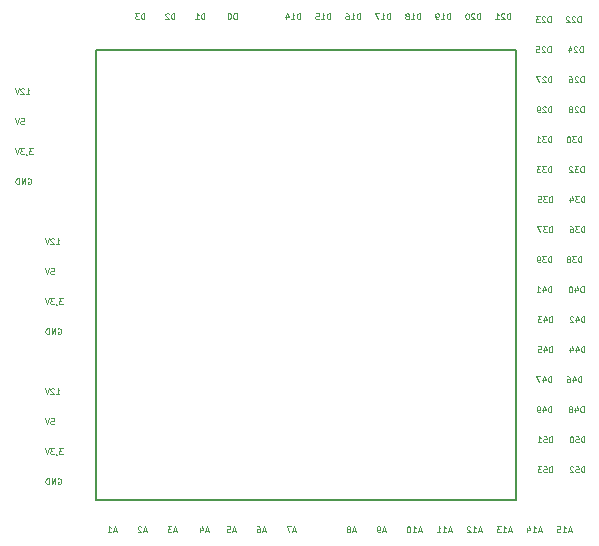
<source format=gbr>
%TF.GenerationSoftware,KiCad,Pcbnew,8.0.4*%
%TF.CreationDate,2025-02-28T20:51:30+01:00*%
%TF.ProjectId,Lochraster,4c6f6368-7261-4737-9465-722e6b696361,rev?*%
%TF.SameCoordinates,Original*%
%TF.FileFunction,Legend,Bot*%
%TF.FilePolarity,Positive*%
%FSLAX46Y46*%
G04 Gerber Fmt 4.6, Leading zero omitted, Abs format (unit mm)*
G04 Created by KiCad (PCBNEW 8.0.4) date 2025-02-28 20:51:30*
%MOMM*%
%LPD*%
G01*
G04 APERTURE LIST*
%ADD10C,0.150000*%
%ADD11C,0.100000*%
G04 APERTURE END LIST*
D10*
X164023000Y-60810000D02*
X199583000Y-60810000D01*
X164023000Y-98910000D02*
X164023000Y-60810000D01*
X199583000Y-60810000D02*
X199583000Y-98910000D01*
X199583000Y-98910000D02*
X164023000Y-98910000D01*
D11*
X170811473Y-101510830D02*
X170573378Y-101510830D01*
X170859092Y-101653687D02*
X170692426Y-101153687D01*
X170692426Y-101153687D02*
X170525759Y-101653687D01*
X170406712Y-101153687D02*
X170097188Y-101153687D01*
X170097188Y-101153687D02*
X170263855Y-101344163D01*
X170263855Y-101344163D02*
X170192426Y-101344163D01*
X170192426Y-101344163D02*
X170144807Y-101367973D01*
X170144807Y-101367973D02*
X170120998Y-101391782D01*
X170120998Y-101391782D02*
X170097188Y-101439401D01*
X170097188Y-101439401D02*
X170097188Y-101558449D01*
X170097188Y-101558449D02*
X170120998Y-101606068D01*
X170120998Y-101606068D02*
X170144807Y-101629878D01*
X170144807Y-101629878D02*
X170192426Y-101653687D01*
X170192426Y-101653687D02*
X170335283Y-101653687D01*
X170335283Y-101653687D02*
X170382902Y-101629878D01*
X170382902Y-101629878D02*
X170406712Y-101606068D01*
X191457121Y-58203609D02*
X191457121Y-57703609D01*
X191457121Y-57703609D02*
X191338073Y-57703609D01*
X191338073Y-57703609D02*
X191266645Y-57727419D01*
X191266645Y-57727419D02*
X191219026Y-57775038D01*
X191219026Y-57775038D02*
X191195216Y-57822657D01*
X191195216Y-57822657D02*
X191171407Y-57917895D01*
X191171407Y-57917895D02*
X191171407Y-57989323D01*
X191171407Y-57989323D02*
X191195216Y-58084561D01*
X191195216Y-58084561D02*
X191219026Y-58132180D01*
X191219026Y-58132180D02*
X191266645Y-58179800D01*
X191266645Y-58179800D02*
X191338073Y-58203609D01*
X191338073Y-58203609D02*
X191457121Y-58203609D01*
X190695216Y-58203609D02*
X190980930Y-58203609D01*
X190838073Y-58203609D02*
X190838073Y-57703609D01*
X190838073Y-57703609D02*
X190885692Y-57775038D01*
X190885692Y-57775038D02*
X190933311Y-57822657D01*
X190933311Y-57822657D02*
X190980930Y-57846466D01*
X190409502Y-57917895D02*
X190457121Y-57894085D01*
X190457121Y-57894085D02*
X190480931Y-57870276D01*
X190480931Y-57870276D02*
X190504740Y-57822657D01*
X190504740Y-57822657D02*
X190504740Y-57798847D01*
X190504740Y-57798847D02*
X190480931Y-57751228D01*
X190480931Y-57751228D02*
X190457121Y-57727419D01*
X190457121Y-57727419D02*
X190409502Y-57703609D01*
X190409502Y-57703609D02*
X190314264Y-57703609D01*
X190314264Y-57703609D02*
X190266645Y-57727419D01*
X190266645Y-57727419D02*
X190242836Y-57751228D01*
X190242836Y-57751228D02*
X190219026Y-57798847D01*
X190219026Y-57798847D02*
X190219026Y-57822657D01*
X190219026Y-57822657D02*
X190242836Y-57870276D01*
X190242836Y-57870276D02*
X190266645Y-57894085D01*
X190266645Y-57894085D02*
X190314264Y-57917895D01*
X190314264Y-57917895D02*
X190409502Y-57917895D01*
X190409502Y-57917895D02*
X190457121Y-57941704D01*
X190457121Y-57941704D02*
X190480931Y-57965514D01*
X190480931Y-57965514D02*
X190504740Y-58013133D01*
X190504740Y-58013133D02*
X190504740Y-58108371D01*
X190504740Y-58108371D02*
X190480931Y-58155990D01*
X190480931Y-58155990D02*
X190457121Y-58179800D01*
X190457121Y-58179800D02*
X190409502Y-58203609D01*
X190409502Y-58203609D02*
X190314264Y-58203609D01*
X190314264Y-58203609D02*
X190266645Y-58179800D01*
X190266645Y-58179800D02*
X190242836Y-58155990D01*
X190242836Y-58155990D02*
X190219026Y-58108371D01*
X190219026Y-58108371D02*
X190219026Y-58013133D01*
X190219026Y-58013133D02*
X190242836Y-57965514D01*
X190242836Y-57965514D02*
X190266645Y-57941704D01*
X190266645Y-57941704D02*
X190314264Y-57917895D01*
X205371283Y-83857609D02*
X205371283Y-83357609D01*
X205371283Y-83357609D02*
X205252235Y-83357609D01*
X205252235Y-83357609D02*
X205180807Y-83381419D01*
X205180807Y-83381419D02*
X205133188Y-83429038D01*
X205133188Y-83429038D02*
X205109378Y-83476657D01*
X205109378Y-83476657D02*
X205085569Y-83571895D01*
X205085569Y-83571895D02*
X205085569Y-83643323D01*
X205085569Y-83643323D02*
X205109378Y-83738561D01*
X205109378Y-83738561D02*
X205133188Y-83786180D01*
X205133188Y-83786180D02*
X205180807Y-83833800D01*
X205180807Y-83833800D02*
X205252235Y-83857609D01*
X205252235Y-83857609D02*
X205371283Y-83857609D01*
X204656997Y-83524276D02*
X204656997Y-83857609D01*
X204776045Y-83333800D02*
X204895092Y-83690942D01*
X204895092Y-83690942D02*
X204585569Y-83690942D01*
X204418902Y-83405228D02*
X204395093Y-83381419D01*
X204395093Y-83381419D02*
X204347474Y-83357609D01*
X204347474Y-83357609D02*
X204228426Y-83357609D01*
X204228426Y-83357609D02*
X204180807Y-83381419D01*
X204180807Y-83381419D02*
X204156998Y-83405228D01*
X204156998Y-83405228D02*
X204133188Y-83452847D01*
X204133188Y-83452847D02*
X204133188Y-83500466D01*
X204133188Y-83500466D02*
X204156998Y-83571895D01*
X204156998Y-83571895D02*
X204442712Y-83857609D01*
X204442712Y-83857609D02*
X204133188Y-83857609D01*
X202577283Y-71173687D02*
X202577283Y-70673687D01*
X202577283Y-70673687D02*
X202458235Y-70673687D01*
X202458235Y-70673687D02*
X202386807Y-70697497D01*
X202386807Y-70697497D02*
X202339188Y-70745116D01*
X202339188Y-70745116D02*
X202315378Y-70792735D01*
X202315378Y-70792735D02*
X202291569Y-70887973D01*
X202291569Y-70887973D02*
X202291569Y-70959401D01*
X202291569Y-70959401D02*
X202315378Y-71054639D01*
X202315378Y-71054639D02*
X202339188Y-71102258D01*
X202339188Y-71102258D02*
X202386807Y-71149878D01*
X202386807Y-71149878D02*
X202458235Y-71173687D01*
X202458235Y-71173687D02*
X202577283Y-71173687D01*
X202124902Y-70673687D02*
X201815378Y-70673687D01*
X201815378Y-70673687D02*
X201982045Y-70864163D01*
X201982045Y-70864163D02*
X201910616Y-70864163D01*
X201910616Y-70864163D02*
X201862997Y-70887973D01*
X201862997Y-70887973D02*
X201839188Y-70911782D01*
X201839188Y-70911782D02*
X201815378Y-70959401D01*
X201815378Y-70959401D02*
X201815378Y-71078449D01*
X201815378Y-71078449D02*
X201839188Y-71126068D01*
X201839188Y-71126068D02*
X201862997Y-71149878D01*
X201862997Y-71149878D02*
X201910616Y-71173687D01*
X201910616Y-71173687D02*
X202053473Y-71173687D01*
X202053473Y-71173687D02*
X202101092Y-71149878D01*
X202101092Y-71149878D02*
X202124902Y-71126068D01*
X201648712Y-70673687D02*
X201339188Y-70673687D01*
X201339188Y-70673687D02*
X201505855Y-70864163D01*
X201505855Y-70864163D02*
X201434426Y-70864163D01*
X201434426Y-70864163D02*
X201386807Y-70887973D01*
X201386807Y-70887973D02*
X201362998Y-70911782D01*
X201362998Y-70911782D02*
X201339188Y-70959401D01*
X201339188Y-70959401D02*
X201339188Y-71078449D01*
X201339188Y-71078449D02*
X201362998Y-71126068D01*
X201362998Y-71126068D02*
X201386807Y-71149878D01*
X201386807Y-71149878D02*
X201434426Y-71173687D01*
X201434426Y-71173687D02*
X201577283Y-71173687D01*
X201577283Y-71173687D02*
X201624902Y-71149878D01*
X201624902Y-71149878D02*
X201648712Y-71126068D01*
X178360311Y-101494752D02*
X178122216Y-101494752D01*
X178407930Y-101637609D02*
X178241264Y-101137609D01*
X178241264Y-101137609D02*
X178074597Y-101637609D01*
X177693645Y-101137609D02*
X177788883Y-101137609D01*
X177788883Y-101137609D02*
X177836502Y-101161419D01*
X177836502Y-101161419D02*
X177860312Y-101185228D01*
X177860312Y-101185228D02*
X177907931Y-101256657D01*
X177907931Y-101256657D02*
X177931740Y-101351895D01*
X177931740Y-101351895D02*
X177931740Y-101542371D01*
X177931740Y-101542371D02*
X177907931Y-101589990D01*
X177907931Y-101589990D02*
X177884121Y-101613800D01*
X177884121Y-101613800D02*
X177836502Y-101637609D01*
X177836502Y-101637609D02*
X177741264Y-101637609D01*
X177741264Y-101637609D02*
X177693645Y-101613800D01*
X177693645Y-101613800D02*
X177669836Y-101589990D01*
X177669836Y-101589990D02*
X177646026Y-101542371D01*
X177646026Y-101542371D02*
X177646026Y-101423323D01*
X177646026Y-101423323D02*
X177669836Y-101375704D01*
X177669836Y-101375704D02*
X177693645Y-101351895D01*
X177693645Y-101351895D02*
X177741264Y-101328085D01*
X177741264Y-101328085D02*
X177836502Y-101328085D01*
X177836502Y-101328085D02*
X177884121Y-101351895D01*
X177884121Y-101351895D02*
X177907931Y-101375704D01*
X177907931Y-101375704D02*
X177931740Y-101423323D01*
X199156501Y-101494752D02*
X198918406Y-101494752D01*
X199204120Y-101637609D02*
X199037454Y-101137609D01*
X199037454Y-101137609D02*
X198870787Y-101637609D01*
X198442216Y-101637609D02*
X198727930Y-101637609D01*
X198585073Y-101637609D02*
X198585073Y-101137609D01*
X198585073Y-101137609D02*
X198632692Y-101209038D01*
X198632692Y-101209038D02*
X198680311Y-101256657D01*
X198680311Y-101256657D02*
X198727930Y-101280466D01*
X198275550Y-101137609D02*
X197966026Y-101137609D01*
X197966026Y-101137609D02*
X198132693Y-101328085D01*
X198132693Y-101328085D02*
X198061264Y-101328085D01*
X198061264Y-101328085D02*
X198013645Y-101351895D01*
X198013645Y-101351895D02*
X197989836Y-101375704D01*
X197989836Y-101375704D02*
X197966026Y-101423323D01*
X197966026Y-101423323D02*
X197966026Y-101542371D01*
X197966026Y-101542371D02*
X197989836Y-101589990D01*
X197989836Y-101589990D02*
X198013645Y-101613800D01*
X198013645Y-101613800D02*
X198061264Y-101637609D01*
X198061264Y-101637609D02*
X198204121Y-101637609D01*
X198204121Y-101637609D02*
X198251740Y-101613800D01*
X198251740Y-101613800D02*
X198275550Y-101589990D01*
X158246646Y-71697419D02*
X158294265Y-71673609D01*
X158294265Y-71673609D02*
X158365694Y-71673609D01*
X158365694Y-71673609D02*
X158437122Y-71697419D01*
X158437122Y-71697419D02*
X158484741Y-71745038D01*
X158484741Y-71745038D02*
X158508551Y-71792657D01*
X158508551Y-71792657D02*
X158532360Y-71887895D01*
X158532360Y-71887895D02*
X158532360Y-71959323D01*
X158532360Y-71959323D02*
X158508551Y-72054561D01*
X158508551Y-72054561D02*
X158484741Y-72102180D01*
X158484741Y-72102180D02*
X158437122Y-72149800D01*
X158437122Y-72149800D02*
X158365694Y-72173609D01*
X158365694Y-72173609D02*
X158318075Y-72173609D01*
X158318075Y-72173609D02*
X158246646Y-72149800D01*
X158246646Y-72149800D02*
X158222837Y-72125990D01*
X158222837Y-72125990D02*
X158222837Y-71959323D01*
X158222837Y-71959323D02*
X158318075Y-71959323D01*
X158008551Y-72173609D02*
X158008551Y-71673609D01*
X158008551Y-71673609D02*
X157722837Y-72173609D01*
X157722837Y-72173609D02*
X157722837Y-71673609D01*
X157484741Y-72173609D02*
X157484741Y-71673609D01*
X157484741Y-71673609D02*
X157365693Y-71673609D01*
X157365693Y-71673609D02*
X157294265Y-71697419D01*
X157294265Y-71697419D02*
X157246646Y-71745038D01*
X157246646Y-71745038D02*
X157222836Y-71792657D01*
X157222836Y-71792657D02*
X157199027Y-71887895D01*
X157199027Y-71887895D02*
X157199027Y-71959323D01*
X157199027Y-71959323D02*
X157222836Y-72054561D01*
X157222836Y-72054561D02*
X157246646Y-72102180D01*
X157246646Y-72102180D02*
X157294265Y-72149800D01*
X157294265Y-72149800D02*
X157365693Y-72173609D01*
X157365693Y-72173609D02*
X157484741Y-72173609D01*
X168271473Y-101510830D02*
X168033378Y-101510830D01*
X168319092Y-101653687D02*
X168152426Y-101153687D01*
X168152426Y-101153687D02*
X167985759Y-101653687D01*
X167842902Y-101201306D02*
X167819093Y-101177497D01*
X167819093Y-101177497D02*
X167771474Y-101153687D01*
X167771474Y-101153687D02*
X167652426Y-101153687D01*
X167652426Y-101153687D02*
X167604807Y-101177497D01*
X167604807Y-101177497D02*
X167580998Y-101201306D01*
X167580998Y-101201306D02*
X167557188Y-101248925D01*
X167557188Y-101248925D02*
X167557188Y-101296544D01*
X167557188Y-101296544D02*
X167580998Y-101367973D01*
X167580998Y-101367973D02*
X167866712Y-101653687D01*
X167866712Y-101653687D02*
X167557188Y-101653687D01*
X202577283Y-91493687D02*
X202577283Y-90993687D01*
X202577283Y-90993687D02*
X202458235Y-90993687D01*
X202458235Y-90993687D02*
X202386807Y-91017497D01*
X202386807Y-91017497D02*
X202339188Y-91065116D01*
X202339188Y-91065116D02*
X202315378Y-91112735D01*
X202315378Y-91112735D02*
X202291569Y-91207973D01*
X202291569Y-91207973D02*
X202291569Y-91279401D01*
X202291569Y-91279401D02*
X202315378Y-91374639D01*
X202315378Y-91374639D02*
X202339188Y-91422258D01*
X202339188Y-91422258D02*
X202386807Y-91469878D01*
X202386807Y-91469878D02*
X202458235Y-91493687D01*
X202458235Y-91493687D02*
X202577283Y-91493687D01*
X201862997Y-91160354D02*
X201862997Y-91493687D01*
X201982045Y-90969878D02*
X202101092Y-91327020D01*
X202101092Y-91327020D02*
X201791569Y-91327020D01*
X201577283Y-91493687D02*
X201482045Y-91493687D01*
X201482045Y-91493687D02*
X201434426Y-91469878D01*
X201434426Y-91469878D02*
X201410617Y-91446068D01*
X201410617Y-91446068D02*
X201362998Y-91374639D01*
X201362998Y-91374639D02*
X201339188Y-91279401D01*
X201339188Y-91279401D02*
X201339188Y-91088925D01*
X201339188Y-91088925D02*
X201362998Y-91041306D01*
X201362998Y-91041306D02*
X201386807Y-91017497D01*
X201386807Y-91017497D02*
X201434426Y-90993687D01*
X201434426Y-90993687D02*
X201529664Y-90993687D01*
X201529664Y-90993687D02*
X201577283Y-91017497D01*
X201577283Y-91017497D02*
X201601093Y-91041306D01*
X201601093Y-91041306D02*
X201624902Y-91088925D01*
X201624902Y-91088925D02*
X201624902Y-91207973D01*
X201624902Y-91207973D02*
X201601093Y-91255592D01*
X201601093Y-91255592D02*
X201577283Y-91279401D01*
X201577283Y-91279401D02*
X201529664Y-91303211D01*
X201529664Y-91303211D02*
X201434426Y-91303211D01*
X201434426Y-91303211D02*
X201386807Y-91279401D01*
X201386807Y-91279401D02*
X201362998Y-91255592D01*
X201362998Y-91255592D02*
X201339188Y-91207973D01*
X160786646Y-84397419D02*
X160834265Y-84373609D01*
X160834265Y-84373609D02*
X160905694Y-84373609D01*
X160905694Y-84373609D02*
X160977122Y-84397419D01*
X160977122Y-84397419D02*
X161024741Y-84445038D01*
X161024741Y-84445038D02*
X161048551Y-84492657D01*
X161048551Y-84492657D02*
X161072360Y-84587895D01*
X161072360Y-84587895D02*
X161072360Y-84659323D01*
X161072360Y-84659323D02*
X161048551Y-84754561D01*
X161048551Y-84754561D02*
X161024741Y-84802180D01*
X161024741Y-84802180D02*
X160977122Y-84849800D01*
X160977122Y-84849800D02*
X160905694Y-84873609D01*
X160905694Y-84873609D02*
X160858075Y-84873609D01*
X160858075Y-84873609D02*
X160786646Y-84849800D01*
X160786646Y-84849800D02*
X160762837Y-84825990D01*
X160762837Y-84825990D02*
X160762837Y-84659323D01*
X160762837Y-84659323D02*
X160858075Y-84659323D01*
X160548551Y-84873609D02*
X160548551Y-84373609D01*
X160548551Y-84373609D02*
X160262837Y-84873609D01*
X160262837Y-84873609D02*
X160262837Y-84373609D01*
X160024741Y-84873609D02*
X160024741Y-84373609D01*
X160024741Y-84373609D02*
X159905693Y-84373609D01*
X159905693Y-84373609D02*
X159834265Y-84397419D01*
X159834265Y-84397419D02*
X159786646Y-84445038D01*
X159786646Y-84445038D02*
X159762836Y-84492657D01*
X159762836Y-84492657D02*
X159739027Y-84587895D01*
X159739027Y-84587895D02*
X159739027Y-84659323D01*
X159739027Y-84659323D02*
X159762836Y-84754561D01*
X159762836Y-84754561D02*
X159786646Y-84802180D01*
X159786646Y-84802180D02*
X159834265Y-84849800D01*
X159834265Y-84849800D02*
X159905693Y-84873609D01*
X159905693Y-84873609D02*
X160024741Y-84873609D01*
X185980311Y-101494752D02*
X185742216Y-101494752D01*
X186027930Y-101637609D02*
X185861264Y-101137609D01*
X185861264Y-101137609D02*
X185694597Y-101637609D01*
X185456502Y-101351895D02*
X185504121Y-101328085D01*
X185504121Y-101328085D02*
X185527931Y-101304276D01*
X185527931Y-101304276D02*
X185551740Y-101256657D01*
X185551740Y-101256657D02*
X185551740Y-101232847D01*
X185551740Y-101232847D02*
X185527931Y-101185228D01*
X185527931Y-101185228D02*
X185504121Y-101161419D01*
X185504121Y-101161419D02*
X185456502Y-101137609D01*
X185456502Y-101137609D02*
X185361264Y-101137609D01*
X185361264Y-101137609D02*
X185313645Y-101161419D01*
X185313645Y-101161419D02*
X185289836Y-101185228D01*
X185289836Y-101185228D02*
X185266026Y-101232847D01*
X185266026Y-101232847D02*
X185266026Y-101256657D01*
X185266026Y-101256657D02*
X185289836Y-101304276D01*
X185289836Y-101304276D02*
X185313645Y-101328085D01*
X185313645Y-101328085D02*
X185361264Y-101351895D01*
X185361264Y-101351895D02*
X185456502Y-101351895D01*
X185456502Y-101351895D02*
X185504121Y-101375704D01*
X185504121Y-101375704D02*
X185527931Y-101399514D01*
X185527931Y-101399514D02*
X185551740Y-101447133D01*
X185551740Y-101447133D02*
X185551740Y-101542371D01*
X185551740Y-101542371D02*
X185527931Y-101589990D01*
X185527931Y-101589990D02*
X185504121Y-101613800D01*
X185504121Y-101613800D02*
X185456502Y-101637609D01*
X185456502Y-101637609D02*
X185361264Y-101637609D01*
X185361264Y-101637609D02*
X185313645Y-101613800D01*
X185313645Y-101613800D02*
X185289836Y-101589990D01*
X185289836Y-101589990D02*
X185266026Y-101542371D01*
X185266026Y-101542371D02*
X185266026Y-101447133D01*
X185266026Y-101447133D02*
X185289836Y-101399514D01*
X185289836Y-101399514D02*
X185313645Y-101375704D01*
X185313645Y-101375704D02*
X185361264Y-101351895D01*
X202577283Y-78777609D02*
X202577283Y-78277609D01*
X202577283Y-78277609D02*
X202458235Y-78277609D01*
X202458235Y-78277609D02*
X202386807Y-78301419D01*
X202386807Y-78301419D02*
X202339188Y-78349038D01*
X202339188Y-78349038D02*
X202315378Y-78396657D01*
X202315378Y-78396657D02*
X202291569Y-78491895D01*
X202291569Y-78491895D02*
X202291569Y-78563323D01*
X202291569Y-78563323D02*
X202315378Y-78658561D01*
X202315378Y-78658561D02*
X202339188Y-78706180D01*
X202339188Y-78706180D02*
X202386807Y-78753800D01*
X202386807Y-78753800D02*
X202458235Y-78777609D01*
X202458235Y-78777609D02*
X202577283Y-78777609D01*
X202124902Y-78277609D02*
X201815378Y-78277609D01*
X201815378Y-78277609D02*
X201982045Y-78468085D01*
X201982045Y-78468085D02*
X201910616Y-78468085D01*
X201910616Y-78468085D02*
X201862997Y-78491895D01*
X201862997Y-78491895D02*
X201839188Y-78515704D01*
X201839188Y-78515704D02*
X201815378Y-78563323D01*
X201815378Y-78563323D02*
X201815378Y-78682371D01*
X201815378Y-78682371D02*
X201839188Y-78729990D01*
X201839188Y-78729990D02*
X201862997Y-78753800D01*
X201862997Y-78753800D02*
X201910616Y-78777609D01*
X201910616Y-78777609D02*
X202053473Y-78777609D01*
X202053473Y-78777609D02*
X202101092Y-78753800D01*
X202101092Y-78753800D02*
X202124902Y-78729990D01*
X201577283Y-78777609D02*
X201482045Y-78777609D01*
X201482045Y-78777609D02*
X201434426Y-78753800D01*
X201434426Y-78753800D02*
X201410617Y-78729990D01*
X201410617Y-78729990D02*
X201362998Y-78658561D01*
X201362998Y-78658561D02*
X201339188Y-78563323D01*
X201339188Y-78563323D02*
X201339188Y-78372847D01*
X201339188Y-78372847D02*
X201362998Y-78325228D01*
X201362998Y-78325228D02*
X201386807Y-78301419D01*
X201386807Y-78301419D02*
X201434426Y-78277609D01*
X201434426Y-78277609D02*
X201529664Y-78277609D01*
X201529664Y-78277609D02*
X201577283Y-78301419D01*
X201577283Y-78301419D02*
X201601093Y-78325228D01*
X201601093Y-78325228D02*
X201624902Y-78372847D01*
X201624902Y-78372847D02*
X201624902Y-78491895D01*
X201624902Y-78491895D02*
X201601093Y-78539514D01*
X201601093Y-78539514D02*
X201577283Y-78563323D01*
X201577283Y-78563323D02*
X201529664Y-78587133D01*
X201529664Y-78587133D02*
X201434426Y-78587133D01*
X201434426Y-78587133D02*
X201386807Y-78563323D01*
X201386807Y-78563323D02*
X201362998Y-78539514D01*
X201362998Y-78539514D02*
X201339188Y-78491895D01*
X165731473Y-101510830D02*
X165493378Y-101510830D01*
X165779092Y-101653687D02*
X165612426Y-101153687D01*
X165612426Y-101153687D02*
X165445759Y-101653687D01*
X165017188Y-101653687D02*
X165302902Y-101653687D01*
X165160045Y-101653687D02*
X165160045Y-101153687D01*
X165160045Y-101153687D02*
X165207664Y-101225116D01*
X165207664Y-101225116D02*
X165255283Y-101272735D01*
X165255283Y-101272735D02*
X165302902Y-101296544D01*
X175820311Y-101494752D02*
X175582216Y-101494752D01*
X175867930Y-101637609D02*
X175701264Y-101137609D01*
X175701264Y-101137609D02*
X175534597Y-101637609D01*
X175129836Y-101137609D02*
X175367931Y-101137609D01*
X175367931Y-101137609D02*
X175391740Y-101375704D01*
X175391740Y-101375704D02*
X175367931Y-101351895D01*
X175367931Y-101351895D02*
X175320312Y-101328085D01*
X175320312Y-101328085D02*
X175201264Y-101328085D01*
X175201264Y-101328085D02*
X175153645Y-101351895D01*
X175153645Y-101351895D02*
X175129836Y-101375704D01*
X175129836Y-101375704D02*
X175106026Y-101423323D01*
X175106026Y-101423323D02*
X175106026Y-101542371D01*
X175106026Y-101542371D02*
X175129836Y-101589990D01*
X175129836Y-101589990D02*
X175153645Y-101613800D01*
X175153645Y-101613800D02*
X175201264Y-101637609D01*
X175201264Y-101637609D02*
X175320312Y-101637609D01*
X175320312Y-101637609D02*
X175367931Y-101613800D01*
X175367931Y-101613800D02*
X175391740Y-101589990D01*
X202648445Y-83873687D02*
X202648445Y-83373687D01*
X202648445Y-83373687D02*
X202529397Y-83373687D01*
X202529397Y-83373687D02*
X202457969Y-83397497D01*
X202457969Y-83397497D02*
X202410350Y-83445116D01*
X202410350Y-83445116D02*
X202386540Y-83492735D01*
X202386540Y-83492735D02*
X202362731Y-83587973D01*
X202362731Y-83587973D02*
X202362731Y-83659401D01*
X202362731Y-83659401D02*
X202386540Y-83754639D01*
X202386540Y-83754639D02*
X202410350Y-83802258D01*
X202410350Y-83802258D02*
X202457969Y-83849878D01*
X202457969Y-83849878D02*
X202529397Y-83873687D01*
X202529397Y-83873687D02*
X202648445Y-83873687D01*
X201934159Y-83540354D02*
X201934159Y-83873687D01*
X202053207Y-83349878D02*
X202172254Y-83707020D01*
X202172254Y-83707020D02*
X201862731Y-83707020D01*
X201719874Y-83373687D02*
X201410350Y-83373687D01*
X201410350Y-83373687D02*
X201577017Y-83564163D01*
X201577017Y-83564163D02*
X201505588Y-83564163D01*
X201505588Y-83564163D02*
X201457969Y-83587973D01*
X201457969Y-83587973D02*
X201434160Y-83611782D01*
X201434160Y-83611782D02*
X201410350Y-83659401D01*
X201410350Y-83659401D02*
X201410350Y-83778449D01*
X201410350Y-83778449D02*
X201434160Y-83826068D01*
X201434160Y-83826068D02*
X201457969Y-83849878D01*
X201457969Y-83849878D02*
X201505588Y-83873687D01*
X201505588Y-83873687D02*
X201648445Y-83873687D01*
X201648445Y-83873687D02*
X201696064Y-83849878D01*
X201696064Y-83849878D02*
X201719874Y-83826068D01*
X188520311Y-101494752D02*
X188282216Y-101494752D01*
X188567930Y-101637609D02*
X188401264Y-101137609D01*
X188401264Y-101137609D02*
X188234597Y-101637609D01*
X188044121Y-101637609D02*
X187948883Y-101637609D01*
X187948883Y-101637609D02*
X187901264Y-101613800D01*
X187901264Y-101613800D02*
X187877455Y-101589990D01*
X187877455Y-101589990D02*
X187829836Y-101518561D01*
X187829836Y-101518561D02*
X187806026Y-101423323D01*
X187806026Y-101423323D02*
X187806026Y-101232847D01*
X187806026Y-101232847D02*
X187829836Y-101185228D01*
X187829836Y-101185228D02*
X187853645Y-101161419D01*
X187853645Y-101161419D02*
X187901264Y-101137609D01*
X187901264Y-101137609D02*
X187996502Y-101137609D01*
X187996502Y-101137609D02*
X188044121Y-101161419D01*
X188044121Y-101161419D02*
X188067931Y-101185228D01*
X188067931Y-101185228D02*
X188091740Y-101232847D01*
X188091740Y-101232847D02*
X188091740Y-101351895D01*
X188091740Y-101351895D02*
X188067931Y-101399514D01*
X188067931Y-101399514D02*
X188044121Y-101423323D01*
X188044121Y-101423323D02*
X187996502Y-101447133D01*
X187996502Y-101447133D02*
X187901264Y-101447133D01*
X187901264Y-101447133D02*
X187853645Y-101423323D01*
X187853645Y-101423323D02*
X187829836Y-101399514D01*
X187829836Y-101399514D02*
X187806026Y-101351895D01*
X205371283Y-94017609D02*
X205371283Y-93517609D01*
X205371283Y-93517609D02*
X205252235Y-93517609D01*
X205252235Y-93517609D02*
X205180807Y-93541419D01*
X205180807Y-93541419D02*
X205133188Y-93589038D01*
X205133188Y-93589038D02*
X205109378Y-93636657D01*
X205109378Y-93636657D02*
X205085569Y-93731895D01*
X205085569Y-93731895D02*
X205085569Y-93803323D01*
X205085569Y-93803323D02*
X205109378Y-93898561D01*
X205109378Y-93898561D02*
X205133188Y-93946180D01*
X205133188Y-93946180D02*
X205180807Y-93993800D01*
X205180807Y-93993800D02*
X205252235Y-94017609D01*
X205252235Y-94017609D02*
X205371283Y-94017609D01*
X204633188Y-93517609D02*
X204871283Y-93517609D01*
X204871283Y-93517609D02*
X204895092Y-93755704D01*
X204895092Y-93755704D02*
X204871283Y-93731895D01*
X204871283Y-93731895D02*
X204823664Y-93708085D01*
X204823664Y-93708085D02*
X204704616Y-93708085D01*
X204704616Y-93708085D02*
X204656997Y-93731895D01*
X204656997Y-93731895D02*
X204633188Y-93755704D01*
X204633188Y-93755704D02*
X204609378Y-93803323D01*
X204609378Y-93803323D02*
X204609378Y-93922371D01*
X204609378Y-93922371D02*
X204633188Y-93969990D01*
X204633188Y-93969990D02*
X204656997Y-93993800D01*
X204656997Y-93993800D02*
X204704616Y-94017609D01*
X204704616Y-94017609D02*
X204823664Y-94017609D01*
X204823664Y-94017609D02*
X204871283Y-93993800D01*
X204871283Y-93993800D02*
X204895092Y-93969990D01*
X204299855Y-93517609D02*
X204252236Y-93517609D01*
X204252236Y-93517609D02*
X204204617Y-93541419D01*
X204204617Y-93541419D02*
X204180807Y-93565228D01*
X204180807Y-93565228D02*
X204156998Y-93612847D01*
X204156998Y-93612847D02*
X204133188Y-93708085D01*
X204133188Y-93708085D02*
X204133188Y-93827133D01*
X204133188Y-93827133D02*
X204156998Y-93922371D01*
X204156998Y-93922371D02*
X204180807Y-93969990D01*
X204180807Y-93969990D02*
X204204617Y-93993800D01*
X204204617Y-93993800D02*
X204252236Y-94017609D01*
X204252236Y-94017609D02*
X204299855Y-94017609D01*
X204299855Y-94017609D02*
X204347474Y-93993800D01*
X204347474Y-93993800D02*
X204371283Y-93969990D01*
X204371283Y-93969990D02*
X204395093Y-93922371D01*
X204395093Y-93922371D02*
X204418902Y-93827133D01*
X204418902Y-93827133D02*
X204418902Y-93708085D01*
X204418902Y-93708085D02*
X204395093Y-93612847D01*
X204395093Y-93612847D02*
X204371283Y-93565228D01*
X204371283Y-93565228D02*
X204347474Y-93541419D01*
X204347474Y-93541419D02*
X204299855Y-93517609D01*
X205371283Y-96557609D02*
X205371283Y-96057609D01*
X205371283Y-96057609D02*
X205252235Y-96057609D01*
X205252235Y-96057609D02*
X205180807Y-96081419D01*
X205180807Y-96081419D02*
X205133188Y-96129038D01*
X205133188Y-96129038D02*
X205109378Y-96176657D01*
X205109378Y-96176657D02*
X205085569Y-96271895D01*
X205085569Y-96271895D02*
X205085569Y-96343323D01*
X205085569Y-96343323D02*
X205109378Y-96438561D01*
X205109378Y-96438561D02*
X205133188Y-96486180D01*
X205133188Y-96486180D02*
X205180807Y-96533800D01*
X205180807Y-96533800D02*
X205252235Y-96557609D01*
X205252235Y-96557609D02*
X205371283Y-96557609D01*
X204633188Y-96057609D02*
X204871283Y-96057609D01*
X204871283Y-96057609D02*
X204895092Y-96295704D01*
X204895092Y-96295704D02*
X204871283Y-96271895D01*
X204871283Y-96271895D02*
X204823664Y-96248085D01*
X204823664Y-96248085D02*
X204704616Y-96248085D01*
X204704616Y-96248085D02*
X204656997Y-96271895D01*
X204656997Y-96271895D02*
X204633188Y-96295704D01*
X204633188Y-96295704D02*
X204609378Y-96343323D01*
X204609378Y-96343323D02*
X204609378Y-96462371D01*
X204609378Y-96462371D02*
X204633188Y-96509990D01*
X204633188Y-96509990D02*
X204656997Y-96533800D01*
X204656997Y-96533800D02*
X204704616Y-96557609D01*
X204704616Y-96557609D02*
X204823664Y-96557609D01*
X204823664Y-96557609D02*
X204871283Y-96533800D01*
X204871283Y-96533800D02*
X204895092Y-96509990D01*
X204418902Y-96105228D02*
X204395093Y-96081419D01*
X204395093Y-96081419D02*
X204347474Y-96057609D01*
X204347474Y-96057609D02*
X204228426Y-96057609D01*
X204228426Y-96057609D02*
X204180807Y-96081419D01*
X204180807Y-96081419D02*
X204156998Y-96105228D01*
X204156998Y-96105228D02*
X204133188Y-96152847D01*
X204133188Y-96152847D02*
X204133188Y-96200466D01*
X204133188Y-96200466D02*
X204156998Y-96271895D01*
X204156998Y-96271895D02*
X204442712Y-96557609D01*
X204442712Y-96557609D02*
X204133188Y-96557609D01*
X205228959Y-60997609D02*
X205228959Y-60497609D01*
X205228959Y-60497609D02*
X205109911Y-60497609D01*
X205109911Y-60497609D02*
X205038483Y-60521419D01*
X205038483Y-60521419D02*
X204990864Y-60569038D01*
X204990864Y-60569038D02*
X204967054Y-60616657D01*
X204967054Y-60616657D02*
X204943245Y-60711895D01*
X204943245Y-60711895D02*
X204943245Y-60783323D01*
X204943245Y-60783323D02*
X204967054Y-60878561D01*
X204967054Y-60878561D02*
X204990864Y-60926180D01*
X204990864Y-60926180D02*
X205038483Y-60973800D01*
X205038483Y-60973800D02*
X205109911Y-60997609D01*
X205109911Y-60997609D02*
X205228959Y-60997609D01*
X204752768Y-60545228D02*
X204728959Y-60521419D01*
X204728959Y-60521419D02*
X204681340Y-60497609D01*
X204681340Y-60497609D02*
X204562292Y-60497609D01*
X204562292Y-60497609D02*
X204514673Y-60521419D01*
X204514673Y-60521419D02*
X204490864Y-60545228D01*
X204490864Y-60545228D02*
X204467054Y-60592847D01*
X204467054Y-60592847D02*
X204467054Y-60640466D01*
X204467054Y-60640466D02*
X204490864Y-60711895D01*
X204490864Y-60711895D02*
X204776578Y-60997609D01*
X204776578Y-60997609D02*
X204467054Y-60997609D01*
X204038483Y-60664276D02*
X204038483Y-60997609D01*
X204157531Y-60473800D02*
X204276578Y-60830942D01*
X204276578Y-60830942D02*
X203967055Y-60830942D01*
X202577283Y-81333687D02*
X202577283Y-80833687D01*
X202577283Y-80833687D02*
X202458235Y-80833687D01*
X202458235Y-80833687D02*
X202386807Y-80857497D01*
X202386807Y-80857497D02*
X202339188Y-80905116D01*
X202339188Y-80905116D02*
X202315378Y-80952735D01*
X202315378Y-80952735D02*
X202291569Y-81047973D01*
X202291569Y-81047973D02*
X202291569Y-81119401D01*
X202291569Y-81119401D02*
X202315378Y-81214639D01*
X202315378Y-81214639D02*
X202339188Y-81262258D01*
X202339188Y-81262258D02*
X202386807Y-81309878D01*
X202386807Y-81309878D02*
X202458235Y-81333687D01*
X202458235Y-81333687D02*
X202577283Y-81333687D01*
X201862997Y-81000354D02*
X201862997Y-81333687D01*
X201982045Y-80809878D02*
X202101092Y-81167020D01*
X202101092Y-81167020D02*
X201791569Y-81167020D01*
X201339188Y-81333687D02*
X201624902Y-81333687D01*
X201482045Y-81333687D02*
X201482045Y-80833687D01*
X201482045Y-80833687D02*
X201529664Y-80905116D01*
X201529664Y-80905116D02*
X201577283Y-80952735D01*
X201577283Y-80952735D02*
X201624902Y-80976544D01*
X161191406Y-94533609D02*
X160881882Y-94533609D01*
X160881882Y-94533609D02*
X161048549Y-94724085D01*
X161048549Y-94724085D02*
X160977120Y-94724085D01*
X160977120Y-94724085D02*
X160929501Y-94747895D01*
X160929501Y-94747895D02*
X160905692Y-94771704D01*
X160905692Y-94771704D02*
X160881882Y-94819323D01*
X160881882Y-94819323D02*
X160881882Y-94938371D01*
X160881882Y-94938371D02*
X160905692Y-94985990D01*
X160905692Y-94985990D02*
X160929501Y-95009800D01*
X160929501Y-95009800D02*
X160977120Y-95033609D01*
X160977120Y-95033609D02*
X161119977Y-95033609D01*
X161119977Y-95033609D02*
X161167596Y-95009800D01*
X161167596Y-95009800D02*
X161191406Y-94985990D01*
X160643787Y-95009800D02*
X160643787Y-95033609D01*
X160643787Y-95033609D02*
X160667597Y-95081228D01*
X160667597Y-95081228D02*
X160691406Y-95105038D01*
X160477121Y-94533609D02*
X160167597Y-94533609D01*
X160167597Y-94533609D02*
X160334264Y-94724085D01*
X160334264Y-94724085D02*
X160262835Y-94724085D01*
X160262835Y-94724085D02*
X160215216Y-94747895D01*
X160215216Y-94747895D02*
X160191407Y-94771704D01*
X160191407Y-94771704D02*
X160167597Y-94819323D01*
X160167597Y-94819323D02*
X160167597Y-94938371D01*
X160167597Y-94938371D02*
X160191407Y-94985990D01*
X160191407Y-94985990D02*
X160215216Y-95009800D01*
X160215216Y-95009800D02*
X160262835Y-95033609D01*
X160262835Y-95033609D02*
X160405692Y-95033609D01*
X160405692Y-95033609D02*
X160453311Y-95009800D01*
X160453311Y-95009800D02*
X160477121Y-94985990D01*
X160024740Y-94533609D02*
X159858074Y-95033609D01*
X159858074Y-95033609D02*
X159691407Y-94533609D01*
X180900311Y-101494752D02*
X180662216Y-101494752D01*
X180947930Y-101637609D02*
X180781264Y-101137609D01*
X180781264Y-101137609D02*
X180614597Y-101637609D01*
X180495550Y-101137609D02*
X180162217Y-101137609D01*
X180162217Y-101137609D02*
X180376502Y-101637609D01*
X175923769Y-58187531D02*
X175923769Y-57687531D01*
X175923769Y-57687531D02*
X175804721Y-57687531D01*
X175804721Y-57687531D02*
X175733293Y-57711341D01*
X175733293Y-57711341D02*
X175685674Y-57758960D01*
X175685674Y-57758960D02*
X175661864Y-57806579D01*
X175661864Y-57806579D02*
X175638055Y-57901817D01*
X175638055Y-57901817D02*
X175638055Y-57973245D01*
X175638055Y-57973245D02*
X175661864Y-58068483D01*
X175661864Y-58068483D02*
X175685674Y-58116102D01*
X175685674Y-58116102D02*
X175733293Y-58163722D01*
X175733293Y-58163722D02*
X175804721Y-58187531D01*
X175804721Y-58187531D02*
X175923769Y-58187531D01*
X175328531Y-57687531D02*
X175280912Y-57687531D01*
X175280912Y-57687531D02*
X175233293Y-57711341D01*
X175233293Y-57711341D02*
X175209483Y-57735150D01*
X175209483Y-57735150D02*
X175185674Y-57782769D01*
X175185674Y-57782769D02*
X175161864Y-57878007D01*
X175161864Y-57878007D02*
X175161864Y-57997055D01*
X175161864Y-57997055D02*
X175185674Y-58092293D01*
X175185674Y-58092293D02*
X175209483Y-58139912D01*
X175209483Y-58139912D02*
X175233293Y-58163722D01*
X175233293Y-58163722D02*
X175280912Y-58187531D01*
X175280912Y-58187531D02*
X175328531Y-58187531D01*
X175328531Y-58187531D02*
X175376150Y-58163722D01*
X175376150Y-58163722D02*
X175399959Y-58139912D01*
X175399959Y-58139912D02*
X175423769Y-58092293D01*
X175423769Y-58092293D02*
X175447578Y-57997055D01*
X175447578Y-57997055D02*
X175447578Y-57878007D01*
X175447578Y-57878007D02*
X175423769Y-57782769D01*
X175423769Y-57782769D02*
X175399959Y-57735150D01*
X175399959Y-57735150D02*
X175376150Y-57711341D01*
X175376150Y-57711341D02*
X175328531Y-57687531D01*
X202577283Y-66093687D02*
X202577283Y-65593687D01*
X202577283Y-65593687D02*
X202458235Y-65593687D01*
X202458235Y-65593687D02*
X202386807Y-65617497D01*
X202386807Y-65617497D02*
X202339188Y-65665116D01*
X202339188Y-65665116D02*
X202315378Y-65712735D01*
X202315378Y-65712735D02*
X202291569Y-65807973D01*
X202291569Y-65807973D02*
X202291569Y-65879401D01*
X202291569Y-65879401D02*
X202315378Y-65974639D01*
X202315378Y-65974639D02*
X202339188Y-66022258D01*
X202339188Y-66022258D02*
X202386807Y-66069878D01*
X202386807Y-66069878D02*
X202458235Y-66093687D01*
X202458235Y-66093687D02*
X202577283Y-66093687D01*
X202101092Y-65641306D02*
X202077283Y-65617497D01*
X202077283Y-65617497D02*
X202029664Y-65593687D01*
X202029664Y-65593687D02*
X201910616Y-65593687D01*
X201910616Y-65593687D02*
X201862997Y-65617497D01*
X201862997Y-65617497D02*
X201839188Y-65641306D01*
X201839188Y-65641306D02*
X201815378Y-65688925D01*
X201815378Y-65688925D02*
X201815378Y-65736544D01*
X201815378Y-65736544D02*
X201839188Y-65807973D01*
X201839188Y-65807973D02*
X202124902Y-66093687D01*
X202124902Y-66093687D02*
X201815378Y-66093687D01*
X201577283Y-66093687D02*
X201482045Y-66093687D01*
X201482045Y-66093687D02*
X201434426Y-66069878D01*
X201434426Y-66069878D02*
X201410617Y-66046068D01*
X201410617Y-66046068D02*
X201362998Y-65974639D01*
X201362998Y-65974639D02*
X201339188Y-65879401D01*
X201339188Y-65879401D02*
X201339188Y-65688925D01*
X201339188Y-65688925D02*
X201362998Y-65641306D01*
X201362998Y-65641306D02*
X201386807Y-65617497D01*
X201386807Y-65617497D02*
X201434426Y-65593687D01*
X201434426Y-65593687D02*
X201529664Y-65593687D01*
X201529664Y-65593687D02*
X201577283Y-65617497D01*
X201577283Y-65617497D02*
X201601093Y-65641306D01*
X201601093Y-65641306D02*
X201624902Y-65688925D01*
X201624902Y-65688925D02*
X201624902Y-65807973D01*
X201624902Y-65807973D02*
X201601093Y-65855592D01*
X201601093Y-65855592D02*
X201577283Y-65879401D01*
X201577283Y-65879401D02*
X201529664Y-65903211D01*
X201529664Y-65903211D02*
X201434426Y-65903211D01*
X201434426Y-65903211D02*
X201386807Y-65879401D01*
X201386807Y-65879401D02*
X201362998Y-65855592D01*
X201362998Y-65855592D02*
X201339188Y-65807973D01*
X202648445Y-96573687D02*
X202648445Y-96073687D01*
X202648445Y-96073687D02*
X202529397Y-96073687D01*
X202529397Y-96073687D02*
X202457969Y-96097497D01*
X202457969Y-96097497D02*
X202410350Y-96145116D01*
X202410350Y-96145116D02*
X202386540Y-96192735D01*
X202386540Y-96192735D02*
X202362731Y-96287973D01*
X202362731Y-96287973D02*
X202362731Y-96359401D01*
X202362731Y-96359401D02*
X202386540Y-96454639D01*
X202386540Y-96454639D02*
X202410350Y-96502258D01*
X202410350Y-96502258D02*
X202457969Y-96549878D01*
X202457969Y-96549878D02*
X202529397Y-96573687D01*
X202529397Y-96573687D02*
X202648445Y-96573687D01*
X201910350Y-96073687D02*
X202148445Y-96073687D01*
X202148445Y-96073687D02*
X202172254Y-96311782D01*
X202172254Y-96311782D02*
X202148445Y-96287973D01*
X202148445Y-96287973D02*
X202100826Y-96264163D01*
X202100826Y-96264163D02*
X201981778Y-96264163D01*
X201981778Y-96264163D02*
X201934159Y-96287973D01*
X201934159Y-96287973D02*
X201910350Y-96311782D01*
X201910350Y-96311782D02*
X201886540Y-96359401D01*
X201886540Y-96359401D02*
X201886540Y-96478449D01*
X201886540Y-96478449D02*
X201910350Y-96526068D01*
X201910350Y-96526068D02*
X201934159Y-96549878D01*
X201934159Y-96549878D02*
X201981778Y-96573687D01*
X201981778Y-96573687D02*
X202100826Y-96573687D01*
X202100826Y-96573687D02*
X202148445Y-96549878D01*
X202148445Y-96549878D02*
X202172254Y-96526068D01*
X201719874Y-96073687D02*
X201410350Y-96073687D01*
X201410350Y-96073687D02*
X201577017Y-96264163D01*
X201577017Y-96264163D02*
X201505588Y-96264163D01*
X201505588Y-96264163D02*
X201457969Y-96287973D01*
X201457969Y-96287973D02*
X201434160Y-96311782D01*
X201434160Y-96311782D02*
X201410350Y-96359401D01*
X201410350Y-96359401D02*
X201410350Y-96478449D01*
X201410350Y-96478449D02*
X201434160Y-96526068D01*
X201434160Y-96526068D02*
X201457969Y-96549878D01*
X201457969Y-96549878D02*
X201505588Y-96573687D01*
X201505588Y-96573687D02*
X201648445Y-96573687D01*
X201648445Y-96573687D02*
X201696064Y-96549878D01*
X201696064Y-96549878D02*
X201719874Y-96526068D01*
X202577283Y-68617609D02*
X202577283Y-68117609D01*
X202577283Y-68117609D02*
X202458235Y-68117609D01*
X202458235Y-68117609D02*
X202386807Y-68141419D01*
X202386807Y-68141419D02*
X202339188Y-68189038D01*
X202339188Y-68189038D02*
X202315378Y-68236657D01*
X202315378Y-68236657D02*
X202291569Y-68331895D01*
X202291569Y-68331895D02*
X202291569Y-68403323D01*
X202291569Y-68403323D02*
X202315378Y-68498561D01*
X202315378Y-68498561D02*
X202339188Y-68546180D01*
X202339188Y-68546180D02*
X202386807Y-68593800D01*
X202386807Y-68593800D02*
X202458235Y-68617609D01*
X202458235Y-68617609D02*
X202577283Y-68617609D01*
X202124902Y-68117609D02*
X201815378Y-68117609D01*
X201815378Y-68117609D02*
X201982045Y-68308085D01*
X201982045Y-68308085D02*
X201910616Y-68308085D01*
X201910616Y-68308085D02*
X201862997Y-68331895D01*
X201862997Y-68331895D02*
X201839188Y-68355704D01*
X201839188Y-68355704D02*
X201815378Y-68403323D01*
X201815378Y-68403323D02*
X201815378Y-68522371D01*
X201815378Y-68522371D02*
X201839188Y-68569990D01*
X201839188Y-68569990D02*
X201862997Y-68593800D01*
X201862997Y-68593800D02*
X201910616Y-68617609D01*
X201910616Y-68617609D02*
X202053473Y-68617609D01*
X202053473Y-68617609D02*
X202101092Y-68593800D01*
X202101092Y-68593800D02*
X202124902Y-68569990D01*
X201339188Y-68617609D02*
X201624902Y-68617609D01*
X201482045Y-68617609D02*
X201482045Y-68117609D01*
X201482045Y-68117609D02*
X201529664Y-68189038D01*
X201529664Y-68189038D02*
X201577283Y-68236657D01*
X201577283Y-68236657D02*
X201624902Y-68260466D01*
X202577283Y-88937609D02*
X202577283Y-88437609D01*
X202577283Y-88437609D02*
X202458235Y-88437609D01*
X202458235Y-88437609D02*
X202386807Y-88461419D01*
X202386807Y-88461419D02*
X202339188Y-88509038D01*
X202339188Y-88509038D02*
X202315378Y-88556657D01*
X202315378Y-88556657D02*
X202291569Y-88651895D01*
X202291569Y-88651895D02*
X202291569Y-88723323D01*
X202291569Y-88723323D02*
X202315378Y-88818561D01*
X202315378Y-88818561D02*
X202339188Y-88866180D01*
X202339188Y-88866180D02*
X202386807Y-88913800D01*
X202386807Y-88913800D02*
X202458235Y-88937609D01*
X202458235Y-88937609D02*
X202577283Y-88937609D01*
X201862997Y-88604276D02*
X201862997Y-88937609D01*
X201982045Y-88413800D02*
X202101092Y-88770942D01*
X202101092Y-88770942D02*
X201791569Y-88770942D01*
X201648712Y-88437609D02*
X201315379Y-88437609D01*
X201315379Y-88437609D02*
X201529664Y-88937609D01*
X157651407Y-66593609D02*
X157889502Y-66593609D01*
X157889502Y-66593609D02*
X157913311Y-66831704D01*
X157913311Y-66831704D02*
X157889502Y-66807895D01*
X157889502Y-66807895D02*
X157841883Y-66784085D01*
X157841883Y-66784085D02*
X157722835Y-66784085D01*
X157722835Y-66784085D02*
X157675216Y-66807895D01*
X157675216Y-66807895D02*
X157651407Y-66831704D01*
X157651407Y-66831704D02*
X157627597Y-66879323D01*
X157627597Y-66879323D02*
X157627597Y-66998371D01*
X157627597Y-66998371D02*
X157651407Y-67045990D01*
X157651407Y-67045990D02*
X157675216Y-67069800D01*
X157675216Y-67069800D02*
X157722835Y-67093609D01*
X157722835Y-67093609D02*
X157841883Y-67093609D01*
X157841883Y-67093609D02*
X157889502Y-67069800D01*
X157889502Y-67069800D02*
X157913311Y-67045990D01*
X157484740Y-66593609D02*
X157318074Y-67093609D01*
X157318074Y-67093609D02*
X157151407Y-66593609D01*
X199077121Y-58203609D02*
X199077121Y-57703609D01*
X199077121Y-57703609D02*
X198958073Y-57703609D01*
X198958073Y-57703609D02*
X198886645Y-57727419D01*
X198886645Y-57727419D02*
X198839026Y-57775038D01*
X198839026Y-57775038D02*
X198815216Y-57822657D01*
X198815216Y-57822657D02*
X198791407Y-57917895D01*
X198791407Y-57917895D02*
X198791407Y-57989323D01*
X198791407Y-57989323D02*
X198815216Y-58084561D01*
X198815216Y-58084561D02*
X198839026Y-58132180D01*
X198839026Y-58132180D02*
X198886645Y-58179800D01*
X198886645Y-58179800D02*
X198958073Y-58203609D01*
X198958073Y-58203609D02*
X199077121Y-58203609D01*
X198600930Y-57751228D02*
X198577121Y-57727419D01*
X198577121Y-57727419D02*
X198529502Y-57703609D01*
X198529502Y-57703609D02*
X198410454Y-57703609D01*
X198410454Y-57703609D02*
X198362835Y-57727419D01*
X198362835Y-57727419D02*
X198339026Y-57751228D01*
X198339026Y-57751228D02*
X198315216Y-57798847D01*
X198315216Y-57798847D02*
X198315216Y-57846466D01*
X198315216Y-57846466D02*
X198339026Y-57917895D01*
X198339026Y-57917895D02*
X198624740Y-58203609D01*
X198624740Y-58203609D02*
X198315216Y-58203609D01*
X197839026Y-58203609D02*
X198124740Y-58203609D01*
X197981883Y-58203609D02*
X197981883Y-57703609D01*
X197981883Y-57703609D02*
X198029502Y-57775038D01*
X198029502Y-57775038D02*
X198077121Y-57822657D01*
X198077121Y-57822657D02*
X198124740Y-57846466D01*
X173200931Y-58203609D02*
X173200931Y-57703609D01*
X173200931Y-57703609D02*
X173081883Y-57703609D01*
X173081883Y-57703609D02*
X173010455Y-57727419D01*
X173010455Y-57727419D02*
X172962836Y-57775038D01*
X172962836Y-57775038D02*
X172939026Y-57822657D01*
X172939026Y-57822657D02*
X172915217Y-57917895D01*
X172915217Y-57917895D02*
X172915217Y-57989323D01*
X172915217Y-57989323D02*
X172939026Y-58084561D01*
X172939026Y-58084561D02*
X172962836Y-58132180D01*
X172962836Y-58132180D02*
X173010455Y-58179800D01*
X173010455Y-58179800D02*
X173081883Y-58203609D01*
X173081883Y-58203609D02*
X173200931Y-58203609D01*
X172439026Y-58203609D02*
X172724740Y-58203609D01*
X172581883Y-58203609D02*
X172581883Y-57703609D01*
X172581883Y-57703609D02*
X172629502Y-57775038D01*
X172629502Y-57775038D02*
X172677121Y-57822657D01*
X172677121Y-57822657D02*
X172724740Y-57846466D01*
X205117283Y-68617609D02*
X205117283Y-68117609D01*
X205117283Y-68117609D02*
X204998235Y-68117609D01*
X204998235Y-68117609D02*
X204926807Y-68141419D01*
X204926807Y-68141419D02*
X204879188Y-68189038D01*
X204879188Y-68189038D02*
X204855378Y-68236657D01*
X204855378Y-68236657D02*
X204831569Y-68331895D01*
X204831569Y-68331895D02*
X204831569Y-68403323D01*
X204831569Y-68403323D02*
X204855378Y-68498561D01*
X204855378Y-68498561D02*
X204879188Y-68546180D01*
X204879188Y-68546180D02*
X204926807Y-68593800D01*
X204926807Y-68593800D02*
X204998235Y-68617609D01*
X204998235Y-68617609D02*
X205117283Y-68617609D01*
X204664902Y-68117609D02*
X204355378Y-68117609D01*
X204355378Y-68117609D02*
X204522045Y-68308085D01*
X204522045Y-68308085D02*
X204450616Y-68308085D01*
X204450616Y-68308085D02*
X204402997Y-68331895D01*
X204402997Y-68331895D02*
X204379188Y-68355704D01*
X204379188Y-68355704D02*
X204355378Y-68403323D01*
X204355378Y-68403323D02*
X204355378Y-68522371D01*
X204355378Y-68522371D02*
X204379188Y-68569990D01*
X204379188Y-68569990D02*
X204402997Y-68593800D01*
X204402997Y-68593800D02*
X204450616Y-68617609D01*
X204450616Y-68617609D02*
X204593473Y-68617609D01*
X204593473Y-68617609D02*
X204641092Y-68593800D01*
X204641092Y-68593800D02*
X204664902Y-68569990D01*
X204045855Y-68117609D02*
X203998236Y-68117609D01*
X203998236Y-68117609D02*
X203950617Y-68141419D01*
X203950617Y-68141419D02*
X203926807Y-68165228D01*
X203926807Y-68165228D02*
X203902998Y-68212847D01*
X203902998Y-68212847D02*
X203879188Y-68308085D01*
X203879188Y-68308085D02*
X203879188Y-68427133D01*
X203879188Y-68427133D02*
X203902998Y-68522371D01*
X203902998Y-68522371D02*
X203926807Y-68569990D01*
X203926807Y-68569990D02*
X203950617Y-68593800D01*
X203950617Y-68593800D02*
X203998236Y-68617609D01*
X203998236Y-68617609D02*
X204045855Y-68617609D01*
X204045855Y-68617609D02*
X204093474Y-68593800D01*
X204093474Y-68593800D02*
X204117283Y-68569990D01*
X204117283Y-68569990D02*
X204141093Y-68522371D01*
X204141093Y-68522371D02*
X204164902Y-68427133D01*
X204164902Y-68427133D02*
X204164902Y-68308085D01*
X204164902Y-68308085D02*
X204141093Y-68212847D01*
X204141093Y-68212847D02*
X204117283Y-68165228D01*
X204117283Y-68165228D02*
X204093474Y-68141419D01*
X204093474Y-68141419D02*
X204045855Y-68117609D01*
X183837121Y-58203609D02*
X183837121Y-57703609D01*
X183837121Y-57703609D02*
X183718073Y-57703609D01*
X183718073Y-57703609D02*
X183646645Y-57727419D01*
X183646645Y-57727419D02*
X183599026Y-57775038D01*
X183599026Y-57775038D02*
X183575216Y-57822657D01*
X183575216Y-57822657D02*
X183551407Y-57917895D01*
X183551407Y-57917895D02*
X183551407Y-57989323D01*
X183551407Y-57989323D02*
X183575216Y-58084561D01*
X183575216Y-58084561D02*
X183599026Y-58132180D01*
X183599026Y-58132180D02*
X183646645Y-58179800D01*
X183646645Y-58179800D02*
X183718073Y-58203609D01*
X183718073Y-58203609D02*
X183837121Y-58203609D01*
X183075216Y-58203609D02*
X183360930Y-58203609D01*
X183218073Y-58203609D02*
X183218073Y-57703609D01*
X183218073Y-57703609D02*
X183265692Y-57775038D01*
X183265692Y-57775038D02*
X183313311Y-57822657D01*
X183313311Y-57822657D02*
X183360930Y-57846466D01*
X182622836Y-57703609D02*
X182860931Y-57703609D01*
X182860931Y-57703609D02*
X182884740Y-57941704D01*
X182884740Y-57941704D02*
X182860931Y-57917895D01*
X182860931Y-57917895D02*
X182813312Y-57894085D01*
X182813312Y-57894085D02*
X182694264Y-57894085D01*
X182694264Y-57894085D02*
X182646645Y-57917895D01*
X182646645Y-57917895D02*
X182622836Y-57941704D01*
X182622836Y-57941704D02*
X182599026Y-57989323D01*
X182599026Y-57989323D02*
X182599026Y-58108371D01*
X182599026Y-58108371D02*
X182622836Y-58155990D01*
X182622836Y-58155990D02*
X182646645Y-58179800D01*
X182646645Y-58179800D02*
X182694264Y-58203609D01*
X182694264Y-58203609D02*
X182813312Y-58203609D01*
X182813312Y-58203609D02*
X182860931Y-58179800D01*
X182860931Y-58179800D02*
X182884740Y-58155990D01*
X196537121Y-58203609D02*
X196537121Y-57703609D01*
X196537121Y-57703609D02*
X196418073Y-57703609D01*
X196418073Y-57703609D02*
X196346645Y-57727419D01*
X196346645Y-57727419D02*
X196299026Y-57775038D01*
X196299026Y-57775038D02*
X196275216Y-57822657D01*
X196275216Y-57822657D02*
X196251407Y-57917895D01*
X196251407Y-57917895D02*
X196251407Y-57989323D01*
X196251407Y-57989323D02*
X196275216Y-58084561D01*
X196275216Y-58084561D02*
X196299026Y-58132180D01*
X196299026Y-58132180D02*
X196346645Y-58179800D01*
X196346645Y-58179800D02*
X196418073Y-58203609D01*
X196418073Y-58203609D02*
X196537121Y-58203609D01*
X196060930Y-57751228D02*
X196037121Y-57727419D01*
X196037121Y-57727419D02*
X195989502Y-57703609D01*
X195989502Y-57703609D02*
X195870454Y-57703609D01*
X195870454Y-57703609D02*
X195822835Y-57727419D01*
X195822835Y-57727419D02*
X195799026Y-57751228D01*
X195799026Y-57751228D02*
X195775216Y-57798847D01*
X195775216Y-57798847D02*
X195775216Y-57846466D01*
X195775216Y-57846466D02*
X195799026Y-57917895D01*
X195799026Y-57917895D02*
X196084740Y-58203609D01*
X196084740Y-58203609D02*
X195775216Y-58203609D01*
X195465693Y-57703609D02*
X195418074Y-57703609D01*
X195418074Y-57703609D02*
X195370455Y-57727419D01*
X195370455Y-57727419D02*
X195346645Y-57751228D01*
X195346645Y-57751228D02*
X195322836Y-57798847D01*
X195322836Y-57798847D02*
X195299026Y-57894085D01*
X195299026Y-57894085D02*
X195299026Y-58013133D01*
X195299026Y-58013133D02*
X195322836Y-58108371D01*
X195322836Y-58108371D02*
X195346645Y-58155990D01*
X195346645Y-58155990D02*
X195370455Y-58179800D01*
X195370455Y-58179800D02*
X195418074Y-58203609D01*
X195418074Y-58203609D02*
X195465693Y-58203609D01*
X195465693Y-58203609D02*
X195513312Y-58179800D01*
X195513312Y-58179800D02*
X195537121Y-58155990D01*
X195537121Y-58155990D02*
X195560931Y-58108371D01*
X195560931Y-58108371D02*
X195584740Y-58013133D01*
X195584740Y-58013133D02*
X195584740Y-57894085D01*
X195584740Y-57894085D02*
X195560931Y-57798847D01*
X195560931Y-57798847D02*
X195537121Y-57751228D01*
X195537121Y-57751228D02*
X195513312Y-57727419D01*
X195513312Y-57727419D02*
X195465693Y-57703609D01*
X202648445Y-73713687D02*
X202648445Y-73213687D01*
X202648445Y-73213687D02*
X202529397Y-73213687D01*
X202529397Y-73213687D02*
X202457969Y-73237497D01*
X202457969Y-73237497D02*
X202410350Y-73285116D01*
X202410350Y-73285116D02*
X202386540Y-73332735D01*
X202386540Y-73332735D02*
X202362731Y-73427973D01*
X202362731Y-73427973D02*
X202362731Y-73499401D01*
X202362731Y-73499401D02*
X202386540Y-73594639D01*
X202386540Y-73594639D02*
X202410350Y-73642258D01*
X202410350Y-73642258D02*
X202457969Y-73689878D01*
X202457969Y-73689878D02*
X202529397Y-73713687D01*
X202529397Y-73713687D02*
X202648445Y-73713687D01*
X202196064Y-73213687D02*
X201886540Y-73213687D01*
X201886540Y-73213687D02*
X202053207Y-73404163D01*
X202053207Y-73404163D02*
X201981778Y-73404163D01*
X201981778Y-73404163D02*
X201934159Y-73427973D01*
X201934159Y-73427973D02*
X201910350Y-73451782D01*
X201910350Y-73451782D02*
X201886540Y-73499401D01*
X201886540Y-73499401D02*
X201886540Y-73618449D01*
X201886540Y-73618449D02*
X201910350Y-73666068D01*
X201910350Y-73666068D02*
X201934159Y-73689878D01*
X201934159Y-73689878D02*
X201981778Y-73713687D01*
X201981778Y-73713687D02*
X202124635Y-73713687D01*
X202124635Y-73713687D02*
X202172254Y-73689878D01*
X202172254Y-73689878D02*
X202196064Y-73666068D01*
X201434160Y-73213687D02*
X201672255Y-73213687D01*
X201672255Y-73213687D02*
X201696064Y-73451782D01*
X201696064Y-73451782D02*
X201672255Y-73427973D01*
X201672255Y-73427973D02*
X201624636Y-73404163D01*
X201624636Y-73404163D02*
X201505588Y-73404163D01*
X201505588Y-73404163D02*
X201457969Y-73427973D01*
X201457969Y-73427973D02*
X201434160Y-73451782D01*
X201434160Y-73451782D02*
X201410350Y-73499401D01*
X201410350Y-73499401D02*
X201410350Y-73618449D01*
X201410350Y-73618449D02*
X201434160Y-73666068D01*
X201434160Y-73666068D02*
X201457969Y-73689878D01*
X201457969Y-73689878D02*
X201505588Y-73713687D01*
X201505588Y-73713687D02*
X201624636Y-73713687D01*
X201624636Y-73713687D02*
X201672255Y-73689878D01*
X201672255Y-73689878D02*
X201696064Y-73666068D01*
X161191406Y-81833609D02*
X160881882Y-81833609D01*
X160881882Y-81833609D02*
X161048549Y-82024085D01*
X161048549Y-82024085D02*
X160977120Y-82024085D01*
X160977120Y-82024085D02*
X160929501Y-82047895D01*
X160929501Y-82047895D02*
X160905692Y-82071704D01*
X160905692Y-82071704D02*
X160881882Y-82119323D01*
X160881882Y-82119323D02*
X160881882Y-82238371D01*
X160881882Y-82238371D02*
X160905692Y-82285990D01*
X160905692Y-82285990D02*
X160929501Y-82309800D01*
X160929501Y-82309800D02*
X160977120Y-82333609D01*
X160977120Y-82333609D02*
X161119977Y-82333609D01*
X161119977Y-82333609D02*
X161167596Y-82309800D01*
X161167596Y-82309800D02*
X161191406Y-82285990D01*
X160643787Y-82309800D02*
X160643787Y-82333609D01*
X160643787Y-82333609D02*
X160667597Y-82381228D01*
X160667597Y-82381228D02*
X160691406Y-82405038D01*
X160477121Y-81833609D02*
X160167597Y-81833609D01*
X160167597Y-81833609D02*
X160334264Y-82024085D01*
X160334264Y-82024085D02*
X160262835Y-82024085D01*
X160262835Y-82024085D02*
X160215216Y-82047895D01*
X160215216Y-82047895D02*
X160191407Y-82071704D01*
X160191407Y-82071704D02*
X160167597Y-82119323D01*
X160167597Y-82119323D02*
X160167597Y-82238371D01*
X160167597Y-82238371D02*
X160191407Y-82285990D01*
X160191407Y-82285990D02*
X160215216Y-82309800D01*
X160215216Y-82309800D02*
X160262835Y-82333609D01*
X160262835Y-82333609D02*
X160405692Y-82333609D01*
X160405692Y-82333609D02*
X160453311Y-82309800D01*
X160453311Y-82309800D02*
X160477121Y-82285990D01*
X160024740Y-81833609D02*
X159858074Y-82333609D01*
X159858074Y-82333609D02*
X159691407Y-81833609D01*
X191536501Y-101494752D02*
X191298406Y-101494752D01*
X191584120Y-101637609D02*
X191417454Y-101137609D01*
X191417454Y-101137609D02*
X191250787Y-101637609D01*
X190822216Y-101637609D02*
X191107930Y-101637609D01*
X190965073Y-101637609D02*
X190965073Y-101137609D01*
X190965073Y-101137609D02*
X191012692Y-101209038D01*
X191012692Y-101209038D02*
X191060311Y-101256657D01*
X191060311Y-101256657D02*
X191107930Y-101280466D01*
X190512693Y-101137609D02*
X190465074Y-101137609D01*
X190465074Y-101137609D02*
X190417455Y-101161419D01*
X190417455Y-101161419D02*
X190393645Y-101185228D01*
X190393645Y-101185228D02*
X190369836Y-101232847D01*
X190369836Y-101232847D02*
X190346026Y-101328085D01*
X190346026Y-101328085D02*
X190346026Y-101447133D01*
X190346026Y-101447133D02*
X190369836Y-101542371D01*
X190369836Y-101542371D02*
X190393645Y-101589990D01*
X190393645Y-101589990D02*
X190417455Y-101613800D01*
X190417455Y-101613800D02*
X190465074Y-101637609D01*
X190465074Y-101637609D02*
X190512693Y-101637609D01*
X190512693Y-101637609D02*
X190560312Y-101613800D01*
X190560312Y-101613800D02*
X190584121Y-101589990D01*
X190584121Y-101589990D02*
X190607931Y-101542371D01*
X190607931Y-101542371D02*
X190631740Y-101447133D01*
X190631740Y-101447133D02*
X190631740Y-101328085D01*
X190631740Y-101328085D02*
X190607931Y-101232847D01*
X190607931Y-101232847D02*
X190584121Y-101185228D01*
X190584121Y-101185228D02*
X190560312Y-101161419D01*
X190560312Y-101161419D02*
X190512693Y-101137609D01*
X205371283Y-73697609D02*
X205371283Y-73197609D01*
X205371283Y-73197609D02*
X205252235Y-73197609D01*
X205252235Y-73197609D02*
X205180807Y-73221419D01*
X205180807Y-73221419D02*
X205133188Y-73269038D01*
X205133188Y-73269038D02*
X205109378Y-73316657D01*
X205109378Y-73316657D02*
X205085569Y-73411895D01*
X205085569Y-73411895D02*
X205085569Y-73483323D01*
X205085569Y-73483323D02*
X205109378Y-73578561D01*
X205109378Y-73578561D02*
X205133188Y-73626180D01*
X205133188Y-73626180D02*
X205180807Y-73673800D01*
X205180807Y-73673800D02*
X205252235Y-73697609D01*
X205252235Y-73697609D02*
X205371283Y-73697609D01*
X204918902Y-73197609D02*
X204609378Y-73197609D01*
X204609378Y-73197609D02*
X204776045Y-73388085D01*
X204776045Y-73388085D02*
X204704616Y-73388085D01*
X204704616Y-73388085D02*
X204656997Y-73411895D01*
X204656997Y-73411895D02*
X204633188Y-73435704D01*
X204633188Y-73435704D02*
X204609378Y-73483323D01*
X204609378Y-73483323D02*
X204609378Y-73602371D01*
X204609378Y-73602371D02*
X204633188Y-73649990D01*
X204633188Y-73649990D02*
X204656997Y-73673800D01*
X204656997Y-73673800D02*
X204704616Y-73697609D01*
X204704616Y-73697609D02*
X204847473Y-73697609D01*
X204847473Y-73697609D02*
X204895092Y-73673800D01*
X204895092Y-73673800D02*
X204918902Y-73649990D01*
X204180807Y-73364276D02*
X204180807Y-73697609D01*
X204299855Y-73173800D02*
X204418902Y-73530942D01*
X204418902Y-73530942D02*
X204109379Y-73530942D01*
X160643787Y-89953609D02*
X160929501Y-89953609D01*
X160786644Y-89953609D02*
X160786644Y-89453609D01*
X160786644Y-89453609D02*
X160834263Y-89525038D01*
X160834263Y-89525038D02*
X160881882Y-89572657D01*
X160881882Y-89572657D02*
X160929501Y-89596466D01*
X160453311Y-89501228D02*
X160429502Y-89477419D01*
X160429502Y-89477419D02*
X160381883Y-89453609D01*
X160381883Y-89453609D02*
X160262835Y-89453609D01*
X160262835Y-89453609D02*
X160215216Y-89477419D01*
X160215216Y-89477419D02*
X160191407Y-89501228D01*
X160191407Y-89501228D02*
X160167597Y-89548847D01*
X160167597Y-89548847D02*
X160167597Y-89596466D01*
X160167597Y-89596466D02*
X160191407Y-89667895D01*
X160191407Y-89667895D02*
X160477121Y-89953609D01*
X160477121Y-89953609D02*
X160167597Y-89953609D01*
X160024740Y-89453609D02*
X159858074Y-89953609D01*
X159858074Y-89953609D02*
X159691407Y-89453609D01*
X202648445Y-86413687D02*
X202648445Y-85913687D01*
X202648445Y-85913687D02*
X202529397Y-85913687D01*
X202529397Y-85913687D02*
X202457969Y-85937497D01*
X202457969Y-85937497D02*
X202410350Y-85985116D01*
X202410350Y-85985116D02*
X202386540Y-86032735D01*
X202386540Y-86032735D02*
X202362731Y-86127973D01*
X202362731Y-86127973D02*
X202362731Y-86199401D01*
X202362731Y-86199401D02*
X202386540Y-86294639D01*
X202386540Y-86294639D02*
X202410350Y-86342258D01*
X202410350Y-86342258D02*
X202457969Y-86389878D01*
X202457969Y-86389878D02*
X202529397Y-86413687D01*
X202529397Y-86413687D02*
X202648445Y-86413687D01*
X201934159Y-86080354D02*
X201934159Y-86413687D01*
X202053207Y-85889878D02*
X202172254Y-86247020D01*
X202172254Y-86247020D02*
X201862731Y-86247020D01*
X201434160Y-85913687D02*
X201672255Y-85913687D01*
X201672255Y-85913687D02*
X201696064Y-86151782D01*
X201696064Y-86151782D02*
X201672255Y-86127973D01*
X201672255Y-86127973D02*
X201624636Y-86104163D01*
X201624636Y-86104163D02*
X201505588Y-86104163D01*
X201505588Y-86104163D02*
X201457969Y-86127973D01*
X201457969Y-86127973D02*
X201434160Y-86151782D01*
X201434160Y-86151782D02*
X201410350Y-86199401D01*
X201410350Y-86199401D02*
X201410350Y-86318449D01*
X201410350Y-86318449D02*
X201434160Y-86366068D01*
X201434160Y-86366068D02*
X201457969Y-86389878D01*
X201457969Y-86389878D02*
X201505588Y-86413687D01*
X201505588Y-86413687D02*
X201624636Y-86413687D01*
X201624636Y-86413687D02*
X201672255Y-86389878D01*
X201672255Y-86389878D02*
X201696064Y-86366068D01*
X205046121Y-58457609D02*
X205046121Y-57957609D01*
X205046121Y-57957609D02*
X204927073Y-57957609D01*
X204927073Y-57957609D02*
X204855645Y-57981419D01*
X204855645Y-57981419D02*
X204808026Y-58029038D01*
X204808026Y-58029038D02*
X204784216Y-58076657D01*
X204784216Y-58076657D02*
X204760407Y-58171895D01*
X204760407Y-58171895D02*
X204760407Y-58243323D01*
X204760407Y-58243323D02*
X204784216Y-58338561D01*
X204784216Y-58338561D02*
X204808026Y-58386180D01*
X204808026Y-58386180D02*
X204855645Y-58433800D01*
X204855645Y-58433800D02*
X204927073Y-58457609D01*
X204927073Y-58457609D02*
X205046121Y-58457609D01*
X204569930Y-58005228D02*
X204546121Y-57981419D01*
X204546121Y-57981419D02*
X204498502Y-57957609D01*
X204498502Y-57957609D02*
X204379454Y-57957609D01*
X204379454Y-57957609D02*
X204331835Y-57981419D01*
X204331835Y-57981419D02*
X204308026Y-58005228D01*
X204308026Y-58005228D02*
X204284216Y-58052847D01*
X204284216Y-58052847D02*
X204284216Y-58100466D01*
X204284216Y-58100466D02*
X204308026Y-58171895D01*
X204308026Y-58171895D02*
X204593740Y-58457609D01*
X204593740Y-58457609D02*
X204284216Y-58457609D01*
X204093740Y-58005228D02*
X204069931Y-57981419D01*
X204069931Y-57981419D02*
X204022312Y-57957609D01*
X204022312Y-57957609D02*
X203903264Y-57957609D01*
X203903264Y-57957609D02*
X203855645Y-57981419D01*
X203855645Y-57981419D02*
X203831836Y-58005228D01*
X203831836Y-58005228D02*
X203808026Y-58052847D01*
X203808026Y-58052847D02*
X203808026Y-58100466D01*
X203808026Y-58100466D02*
X203831836Y-58171895D01*
X203831836Y-58171895D02*
X204117550Y-58457609D01*
X204117550Y-58457609D02*
X203808026Y-58457609D01*
X194076501Y-101494752D02*
X193838406Y-101494752D01*
X194124120Y-101637609D02*
X193957454Y-101137609D01*
X193957454Y-101137609D02*
X193790787Y-101637609D01*
X193362216Y-101637609D02*
X193647930Y-101637609D01*
X193505073Y-101637609D02*
X193505073Y-101137609D01*
X193505073Y-101137609D02*
X193552692Y-101209038D01*
X193552692Y-101209038D02*
X193600311Y-101256657D01*
X193600311Y-101256657D02*
X193647930Y-101280466D01*
X192886026Y-101637609D02*
X193171740Y-101637609D01*
X193028883Y-101637609D02*
X193028883Y-101137609D01*
X193028883Y-101137609D02*
X193076502Y-101209038D01*
X193076502Y-101209038D02*
X193124121Y-101256657D01*
X193124121Y-101256657D02*
X193171740Y-101280466D01*
X205300121Y-81317609D02*
X205300121Y-80817609D01*
X205300121Y-80817609D02*
X205181073Y-80817609D01*
X205181073Y-80817609D02*
X205109645Y-80841419D01*
X205109645Y-80841419D02*
X205062026Y-80889038D01*
X205062026Y-80889038D02*
X205038216Y-80936657D01*
X205038216Y-80936657D02*
X205014407Y-81031895D01*
X205014407Y-81031895D02*
X205014407Y-81103323D01*
X205014407Y-81103323D02*
X205038216Y-81198561D01*
X205038216Y-81198561D02*
X205062026Y-81246180D01*
X205062026Y-81246180D02*
X205109645Y-81293800D01*
X205109645Y-81293800D02*
X205181073Y-81317609D01*
X205181073Y-81317609D02*
X205300121Y-81317609D01*
X204585835Y-80984276D02*
X204585835Y-81317609D01*
X204704883Y-80793800D02*
X204823930Y-81150942D01*
X204823930Y-81150942D02*
X204514407Y-81150942D01*
X204228693Y-80817609D02*
X204181074Y-80817609D01*
X204181074Y-80817609D02*
X204133455Y-80841419D01*
X204133455Y-80841419D02*
X204109645Y-80865228D01*
X204109645Y-80865228D02*
X204085836Y-80912847D01*
X204085836Y-80912847D02*
X204062026Y-81008085D01*
X204062026Y-81008085D02*
X204062026Y-81127133D01*
X204062026Y-81127133D02*
X204085836Y-81222371D01*
X204085836Y-81222371D02*
X204109645Y-81269990D01*
X204109645Y-81269990D02*
X204133455Y-81293800D01*
X204133455Y-81293800D02*
X204181074Y-81317609D01*
X204181074Y-81317609D02*
X204228693Y-81317609D01*
X204228693Y-81317609D02*
X204276312Y-81293800D01*
X204276312Y-81293800D02*
X204300121Y-81269990D01*
X204300121Y-81269990D02*
X204323931Y-81222371D01*
X204323931Y-81222371D02*
X204347740Y-81127133D01*
X204347740Y-81127133D02*
X204347740Y-81008085D01*
X204347740Y-81008085D02*
X204323931Y-80912847D01*
X204323931Y-80912847D02*
X204300121Y-80865228D01*
X204300121Y-80865228D02*
X204276312Y-80841419D01*
X204276312Y-80841419D02*
X204228693Y-80817609D01*
X205300121Y-71157609D02*
X205300121Y-70657609D01*
X205300121Y-70657609D02*
X205181073Y-70657609D01*
X205181073Y-70657609D02*
X205109645Y-70681419D01*
X205109645Y-70681419D02*
X205062026Y-70729038D01*
X205062026Y-70729038D02*
X205038216Y-70776657D01*
X205038216Y-70776657D02*
X205014407Y-70871895D01*
X205014407Y-70871895D02*
X205014407Y-70943323D01*
X205014407Y-70943323D02*
X205038216Y-71038561D01*
X205038216Y-71038561D02*
X205062026Y-71086180D01*
X205062026Y-71086180D02*
X205109645Y-71133800D01*
X205109645Y-71133800D02*
X205181073Y-71157609D01*
X205181073Y-71157609D02*
X205300121Y-71157609D01*
X204847740Y-70657609D02*
X204538216Y-70657609D01*
X204538216Y-70657609D02*
X204704883Y-70848085D01*
X204704883Y-70848085D02*
X204633454Y-70848085D01*
X204633454Y-70848085D02*
X204585835Y-70871895D01*
X204585835Y-70871895D02*
X204562026Y-70895704D01*
X204562026Y-70895704D02*
X204538216Y-70943323D01*
X204538216Y-70943323D02*
X204538216Y-71062371D01*
X204538216Y-71062371D02*
X204562026Y-71109990D01*
X204562026Y-71109990D02*
X204585835Y-71133800D01*
X204585835Y-71133800D02*
X204633454Y-71157609D01*
X204633454Y-71157609D02*
X204776311Y-71157609D01*
X204776311Y-71157609D02*
X204823930Y-71133800D01*
X204823930Y-71133800D02*
X204847740Y-71109990D01*
X204347740Y-70705228D02*
X204323931Y-70681419D01*
X204323931Y-70681419D02*
X204276312Y-70657609D01*
X204276312Y-70657609D02*
X204157264Y-70657609D01*
X204157264Y-70657609D02*
X204109645Y-70681419D01*
X204109645Y-70681419D02*
X204085836Y-70705228D01*
X204085836Y-70705228D02*
X204062026Y-70752847D01*
X204062026Y-70752847D02*
X204062026Y-70800466D01*
X204062026Y-70800466D02*
X204085836Y-70871895D01*
X204085836Y-70871895D02*
X204371550Y-71157609D01*
X204371550Y-71157609D02*
X204062026Y-71157609D01*
X205117283Y-88937609D02*
X205117283Y-88437609D01*
X205117283Y-88437609D02*
X204998235Y-88437609D01*
X204998235Y-88437609D02*
X204926807Y-88461419D01*
X204926807Y-88461419D02*
X204879188Y-88509038D01*
X204879188Y-88509038D02*
X204855378Y-88556657D01*
X204855378Y-88556657D02*
X204831569Y-88651895D01*
X204831569Y-88651895D02*
X204831569Y-88723323D01*
X204831569Y-88723323D02*
X204855378Y-88818561D01*
X204855378Y-88818561D02*
X204879188Y-88866180D01*
X204879188Y-88866180D02*
X204926807Y-88913800D01*
X204926807Y-88913800D02*
X204998235Y-88937609D01*
X204998235Y-88937609D02*
X205117283Y-88937609D01*
X204402997Y-88604276D02*
X204402997Y-88937609D01*
X204522045Y-88413800D02*
X204641092Y-88770942D01*
X204641092Y-88770942D02*
X204331569Y-88770942D01*
X203926807Y-88437609D02*
X204022045Y-88437609D01*
X204022045Y-88437609D02*
X204069664Y-88461419D01*
X204069664Y-88461419D02*
X204093474Y-88485228D01*
X204093474Y-88485228D02*
X204141093Y-88556657D01*
X204141093Y-88556657D02*
X204164902Y-88651895D01*
X204164902Y-88651895D02*
X204164902Y-88842371D01*
X204164902Y-88842371D02*
X204141093Y-88889990D01*
X204141093Y-88889990D02*
X204117283Y-88913800D01*
X204117283Y-88913800D02*
X204069664Y-88937609D01*
X204069664Y-88937609D02*
X203974426Y-88937609D01*
X203974426Y-88937609D02*
X203926807Y-88913800D01*
X203926807Y-88913800D02*
X203902998Y-88889990D01*
X203902998Y-88889990D02*
X203879188Y-88842371D01*
X203879188Y-88842371D02*
X203879188Y-88723323D01*
X203879188Y-88723323D02*
X203902998Y-88675704D01*
X203902998Y-88675704D02*
X203926807Y-88651895D01*
X203926807Y-88651895D02*
X203974426Y-88628085D01*
X203974426Y-88628085D02*
X204069664Y-88628085D01*
X204069664Y-88628085D02*
X204117283Y-88651895D01*
X204117283Y-88651895D02*
X204141093Y-88675704D01*
X204141093Y-88675704D02*
X204164902Y-88723323D01*
X160191407Y-79293609D02*
X160429502Y-79293609D01*
X160429502Y-79293609D02*
X160453311Y-79531704D01*
X160453311Y-79531704D02*
X160429502Y-79507895D01*
X160429502Y-79507895D02*
X160381883Y-79484085D01*
X160381883Y-79484085D02*
X160262835Y-79484085D01*
X160262835Y-79484085D02*
X160215216Y-79507895D01*
X160215216Y-79507895D02*
X160191407Y-79531704D01*
X160191407Y-79531704D02*
X160167597Y-79579323D01*
X160167597Y-79579323D02*
X160167597Y-79698371D01*
X160167597Y-79698371D02*
X160191407Y-79745990D01*
X160191407Y-79745990D02*
X160215216Y-79769800D01*
X160215216Y-79769800D02*
X160262835Y-79793609D01*
X160262835Y-79793609D02*
X160381883Y-79793609D01*
X160381883Y-79793609D02*
X160429502Y-79769800D01*
X160429502Y-79769800D02*
X160453311Y-79745990D01*
X160024740Y-79293609D02*
X159858074Y-79793609D01*
X159858074Y-79793609D02*
X159691407Y-79293609D01*
X158103787Y-64553609D02*
X158389501Y-64553609D01*
X158246644Y-64553609D02*
X158246644Y-64053609D01*
X158246644Y-64053609D02*
X158294263Y-64125038D01*
X158294263Y-64125038D02*
X158341882Y-64172657D01*
X158341882Y-64172657D02*
X158389501Y-64196466D01*
X157913311Y-64101228D02*
X157889502Y-64077419D01*
X157889502Y-64077419D02*
X157841883Y-64053609D01*
X157841883Y-64053609D02*
X157722835Y-64053609D01*
X157722835Y-64053609D02*
X157675216Y-64077419D01*
X157675216Y-64077419D02*
X157651407Y-64101228D01*
X157651407Y-64101228D02*
X157627597Y-64148847D01*
X157627597Y-64148847D02*
X157627597Y-64196466D01*
X157627597Y-64196466D02*
X157651407Y-64267895D01*
X157651407Y-64267895D02*
X157937121Y-64553609D01*
X157937121Y-64553609D02*
X157627597Y-64553609D01*
X157484740Y-64053609D02*
X157318074Y-64553609D01*
X157318074Y-64553609D02*
X157151407Y-64053609D01*
X205117283Y-78777609D02*
X205117283Y-78277609D01*
X205117283Y-78277609D02*
X204998235Y-78277609D01*
X204998235Y-78277609D02*
X204926807Y-78301419D01*
X204926807Y-78301419D02*
X204879188Y-78349038D01*
X204879188Y-78349038D02*
X204855378Y-78396657D01*
X204855378Y-78396657D02*
X204831569Y-78491895D01*
X204831569Y-78491895D02*
X204831569Y-78563323D01*
X204831569Y-78563323D02*
X204855378Y-78658561D01*
X204855378Y-78658561D02*
X204879188Y-78706180D01*
X204879188Y-78706180D02*
X204926807Y-78753800D01*
X204926807Y-78753800D02*
X204998235Y-78777609D01*
X204998235Y-78777609D02*
X205117283Y-78777609D01*
X204664902Y-78277609D02*
X204355378Y-78277609D01*
X204355378Y-78277609D02*
X204522045Y-78468085D01*
X204522045Y-78468085D02*
X204450616Y-78468085D01*
X204450616Y-78468085D02*
X204402997Y-78491895D01*
X204402997Y-78491895D02*
X204379188Y-78515704D01*
X204379188Y-78515704D02*
X204355378Y-78563323D01*
X204355378Y-78563323D02*
X204355378Y-78682371D01*
X204355378Y-78682371D02*
X204379188Y-78729990D01*
X204379188Y-78729990D02*
X204402997Y-78753800D01*
X204402997Y-78753800D02*
X204450616Y-78777609D01*
X204450616Y-78777609D02*
X204593473Y-78777609D01*
X204593473Y-78777609D02*
X204641092Y-78753800D01*
X204641092Y-78753800D02*
X204664902Y-78729990D01*
X204069664Y-78491895D02*
X204117283Y-78468085D01*
X204117283Y-78468085D02*
X204141093Y-78444276D01*
X204141093Y-78444276D02*
X204164902Y-78396657D01*
X204164902Y-78396657D02*
X204164902Y-78372847D01*
X204164902Y-78372847D02*
X204141093Y-78325228D01*
X204141093Y-78325228D02*
X204117283Y-78301419D01*
X204117283Y-78301419D02*
X204069664Y-78277609D01*
X204069664Y-78277609D02*
X203974426Y-78277609D01*
X203974426Y-78277609D02*
X203926807Y-78301419D01*
X203926807Y-78301419D02*
X203902998Y-78325228D01*
X203902998Y-78325228D02*
X203879188Y-78372847D01*
X203879188Y-78372847D02*
X203879188Y-78396657D01*
X203879188Y-78396657D02*
X203902998Y-78444276D01*
X203902998Y-78444276D02*
X203926807Y-78468085D01*
X203926807Y-78468085D02*
X203974426Y-78491895D01*
X203974426Y-78491895D02*
X204069664Y-78491895D01*
X204069664Y-78491895D02*
X204117283Y-78515704D01*
X204117283Y-78515704D02*
X204141093Y-78539514D01*
X204141093Y-78539514D02*
X204164902Y-78587133D01*
X204164902Y-78587133D02*
X204164902Y-78682371D01*
X204164902Y-78682371D02*
X204141093Y-78729990D01*
X204141093Y-78729990D02*
X204117283Y-78753800D01*
X204117283Y-78753800D02*
X204069664Y-78777609D01*
X204069664Y-78777609D02*
X203974426Y-78777609D01*
X203974426Y-78777609D02*
X203926807Y-78753800D01*
X203926807Y-78753800D02*
X203902998Y-78729990D01*
X203902998Y-78729990D02*
X203879188Y-78682371D01*
X203879188Y-78682371D02*
X203879188Y-78587133D01*
X203879188Y-78587133D02*
X203902998Y-78539514D01*
X203902998Y-78539514D02*
X203926807Y-78515704D01*
X203926807Y-78515704D02*
X203974426Y-78491895D01*
X205371283Y-76237609D02*
X205371283Y-75737609D01*
X205371283Y-75737609D02*
X205252235Y-75737609D01*
X205252235Y-75737609D02*
X205180807Y-75761419D01*
X205180807Y-75761419D02*
X205133188Y-75809038D01*
X205133188Y-75809038D02*
X205109378Y-75856657D01*
X205109378Y-75856657D02*
X205085569Y-75951895D01*
X205085569Y-75951895D02*
X205085569Y-76023323D01*
X205085569Y-76023323D02*
X205109378Y-76118561D01*
X205109378Y-76118561D02*
X205133188Y-76166180D01*
X205133188Y-76166180D02*
X205180807Y-76213800D01*
X205180807Y-76213800D02*
X205252235Y-76237609D01*
X205252235Y-76237609D02*
X205371283Y-76237609D01*
X204918902Y-75737609D02*
X204609378Y-75737609D01*
X204609378Y-75737609D02*
X204776045Y-75928085D01*
X204776045Y-75928085D02*
X204704616Y-75928085D01*
X204704616Y-75928085D02*
X204656997Y-75951895D01*
X204656997Y-75951895D02*
X204633188Y-75975704D01*
X204633188Y-75975704D02*
X204609378Y-76023323D01*
X204609378Y-76023323D02*
X204609378Y-76142371D01*
X204609378Y-76142371D02*
X204633188Y-76189990D01*
X204633188Y-76189990D02*
X204656997Y-76213800D01*
X204656997Y-76213800D02*
X204704616Y-76237609D01*
X204704616Y-76237609D02*
X204847473Y-76237609D01*
X204847473Y-76237609D02*
X204895092Y-76213800D01*
X204895092Y-76213800D02*
X204918902Y-76189990D01*
X204180807Y-75737609D02*
X204276045Y-75737609D01*
X204276045Y-75737609D02*
X204323664Y-75761419D01*
X204323664Y-75761419D02*
X204347474Y-75785228D01*
X204347474Y-75785228D02*
X204395093Y-75856657D01*
X204395093Y-75856657D02*
X204418902Y-75951895D01*
X204418902Y-75951895D02*
X204418902Y-76142371D01*
X204418902Y-76142371D02*
X204395093Y-76189990D01*
X204395093Y-76189990D02*
X204371283Y-76213800D01*
X204371283Y-76213800D02*
X204323664Y-76237609D01*
X204323664Y-76237609D02*
X204228426Y-76237609D01*
X204228426Y-76237609D02*
X204180807Y-76213800D01*
X204180807Y-76213800D02*
X204156998Y-76189990D01*
X204156998Y-76189990D02*
X204133188Y-76142371D01*
X204133188Y-76142371D02*
X204133188Y-76023323D01*
X204133188Y-76023323D02*
X204156998Y-75975704D01*
X204156998Y-75975704D02*
X204180807Y-75951895D01*
X204180807Y-75951895D02*
X204228426Y-75928085D01*
X204228426Y-75928085D02*
X204323664Y-75928085D01*
X204323664Y-75928085D02*
X204371283Y-75951895D01*
X204371283Y-75951895D02*
X204395093Y-75975704D01*
X204395093Y-75975704D02*
X204418902Y-76023323D01*
X160786646Y-97097419D02*
X160834265Y-97073609D01*
X160834265Y-97073609D02*
X160905694Y-97073609D01*
X160905694Y-97073609D02*
X160977122Y-97097419D01*
X160977122Y-97097419D02*
X161024741Y-97145038D01*
X161024741Y-97145038D02*
X161048551Y-97192657D01*
X161048551Y-97192657D02*
X161072360Y-97287895D01*
X161072360Y-97287895D02*
X161072360Y-97359323D01*
X161072360Y-97359323D02*
X161048551Y-97454561D01*
X161048551Y-97454561D02*
X161024741Y-97502180D01*
X161024741Y-97502180D02*
X160977122Y-97549800D01*
X160977122Y-97549800D02*
X160905694Y-97573609D01*
X160905694Y-97573609D02*
X160858075Y-97573609D01*
X160858075Y-97573609D02*
X160786646Y-97549800D01*
X160786646Y-97549800D02*
X160762837Y-97525990D01*
X160762837Y-97525990D02*
X160762837Y-97359323D01*
X160762837Y-97359323D02*
X160858075Y-97359323D01*
X160548551Y-97573609D02*
X160548551Y-97073609D01*
X160548551Y-97073609D02*
X160262837Y-97573609D01*
X160262837Y-97573609D02*
X160262837Y-97073609D01*
X160024741Y-97573609D02*
X160024741Y-97073609D01*
X160024741Y-97073609D02*
X159905693Y-97073609D01*
X159905693Y-97073609D02*
X159834265Y-97097419D01*
X159834265Y-97097419D02*
X159786646Y-97145038D01*
X159786646Y-97145038D02*
X159762836Y-97192657D01*
X159762836Y-97192657D02*
X159739027Y-97287895D01*
X159739027Y-97287895D02*
X159739027Y-97359323D01*
X159739027Y-97359323D02*
X159762836Y-97454561D01*
X159762836Y-97454561D02*
X159786646Y-97502180D01*
X159786646Y-97502180D02*
X159834265Y-97549800D01*
X159834265Y-97549800D02*
X159905693Y-97573609D01*
X159905693Y-97573609D02*
X160024741Y-97573609D01*
X193997121Y-58203609D02*
X193997121Y-57703609D01*
X193997121Y-57703609D02*
X193878073Y-57703609D01*
X193878073Y-57703609D02*
X193806645Y-57727419D01*
X193806645Y-57727419D02*
X193759026Y-57775038D01*
X193759026Y-57775038D02*
X193735216Y-57822657D01*
X193735216Y-57822657D02*
X193711407Y-57917895D01*
X193711407Y-57917895D02*
X193711407Y-57989323D01*
X193711407Y-57989323D02*
X193735216Y-58084561D01*
X193735216Y-58084561D02*
X193759026Y-58132180D01*
X193759026Y-58132180D02*
X193806645Y-58179800D01*
X193806645Y-58179800D02*
X193878073Y-58203609D01*
X193878073Y-58203609D02*
X193997121Y-58203609D01*
X193235216Y-58203609D02*
X193520930Y-58203609D01*
X193378073Y-58203609D02*
X193378073Y-57703609D01*
X193378073Y-57703609D02*
X193425692Y-57775038D01*
X193425692Y-57775038D02*
X193473311Y-57822657D01*
X193473311Y-57822657D02*
X193520930Y-57846466D01*
X192997121Y-58203609D02*
X192901883Y-58203609D01*
X192901883Y-58203609D02*
X192854264Y-58179800D01*
X192854264Y-58179800D02*
X192830455Y-58155990D01*
X192830455Y-58155990D02*
X192782836Y-58084561D01*
X192782836Y-58084561D02*
X192759026Y-57989323D01*
X192759026Y-57989323D02*
X192759026Y-57798847D01*
X192759026Y-57798847D02*
X192782836Y-57751228D01*
X192782836Y-57751228D02*
X192806645Y-57727419D01*
X192806645Y-57727419D02*
X192854264Y-57703609D01*
X192854264Y-57703609D02*
X192949502Y-57703609D01*
X192949502Y-57703609D02*
X192997121Y-57727419D01*
X192997121Y-57727419D02*
X193020931Y-57751228D01*
X193020931Y-57751228D02*
X193044740Y-57798847D01*
X193044740Y-57798847D02*
X193044740Y-57917895D01*
X193044740Y-57917895D02*
X193020931Y-57965514D01*
X193020931Y-57965514D02*
X192997121Y-57989323D01*
X192997121Y-57989323D02*
X192949502Y-58013133D01*
X192949502Y-58013133D02*
X192854264Y-58013133D01*
X192854264Y-58013133D02*
X192806645Y-57989323D01*
X192806645Y-57989323D02*
X192782836Y-57965514D01*
X192782836Y-57965514D02*
X192759026Y-57917895D01*
X201696501Y-101494752D02*
X201458406Y-101494752D01*
X201744120Y-101637609D02*
X201577454Y-101137609D01*
X201577454Y-101137609D02*
X201410787Y-101637609D01*
X200982216Y-101637609D02*
X201267930Y-101637609D01*
X201125073Y-101637609D02*
X201125073Y-101137609D01*
X201125073Y-101137609D02*
X201172692Y-101209038D01*
X201172692Y-101209038D02*
X201220311Y-101256657D01*
X201220311Y-101256657D02*
X201267930Y-101280466D01*
X200553645Y-101304276D02*
X200553645Y-101637609D01*
X200672693Y-101113800D02*
X200791740Y-101470942D01*
X200791740Y-101470942D02*
X200482217Y-101470942D01*
X202648445Y-76253687D02*
X202648445Y-75753687D01*
X202648445Y-75753687D02*
X202529397Y-75753687D01*
X202529397Y-75753687D02*
X202457969Y-75777497D01*
X202457969Y-75777497D02*
X202410350Y-75825116D01*
X202410350Y-75825116D02*
X202386540Y-75872735D01*
X202386540Y-75872735D02*
X202362731Y-75967973D01*
X202362731Y-75967973D02*
X202362731Y-76039401D01*
X202362731Y-76039401D02*
X202386540Y-76134639D01*
X202386540Y-76134639D02*
X202410350Y-76182258D01*
X202410350Y-76182258D02*
X202457969Y-76229878D01*
X202457969Y-76229878D02*
X202529397Y-76253687D01*
X202529397Y-76253687D02*
X202648445Y-76253687D01*
X202196064Y-75753687D02*
X201886540Y-75753687D01*
X201886540Y-75753687D02*
X202053207Y-75944163D01*
X202053207Y-75944163D02*
X201981778Y-75944163D01*
X201981778Y-75944163D02*
X201934159Y-75967973D01*
X201934159Y-75967973D02*
X201910350Y-75991782D01*
X201910350Y-75991782D02*
X201886540Y-76039401D01*
X201886540Y-76039401D02*
X201886540Y-76158449D01*
X201886540Y-76158449D02*
X201910350Y-76206068D01*
X201910350Y-76206068D02*
X201934159Y-76229878D01*
X201934159Y-76229878D02*
X201981778Y-76253687D01*
X201981778Y-76253687D02*
X202124635Y-76253687D01*
X202124635Y-76253687D02*
X202172254Y-76229878D01*
X202172254Y-76229878D02*
X202196064Y-76206068D01*
X201719874Y-75753687D02*
X201386541Y-75753687D01*
X201386541Y-75753687D02*
X201600826Y-76253687D01*
X205300121Y-63537609D02*
X205300121Y-63037609D01*
X205300121Y-63037609D02*
X205181073Y-63037609D01*
X205181073Y-63037609D02*
X205109645Y-63061419D01*
X205109645Y-63061419D02*
X205062026Y-63109038D01*
X205062026Y-63109038D02*
X205038216Y-63156657D01*
X205038216Y-63156657D02*
X205014407Y-63251895D01*
X205014407Y-63251895D02*
X205014407Y-63323323D01*
X205014407Y-63323323D02*
X205038216Y-63418561D01*
X205038216Y-63418561D02*
X205062026Y-63466180D01*
X205062026Y-63466180D02*
X205109645Y-63513800D01*
X205109645Y-63513800D02*
X205181073Y-63537609D01*
X205181073Y-63537609D02*
X205300121Y-63537609D01*
X204823930Y-63085228D02*
X204800121Y-63061419D01*
X204800121Y-63061419D02*
X204752502Y-63037609D01*
X204752502Y-63037609D02*
X204633454Y-63037609D01*
X204633454Y-63037609D02*
X204585835Y-63061419D01*
X204585835Y-63061419D02*
X204562026Y-63085228D01*
X204562026Y-63085228D02*
X204538216Y-63132847D01*
X204538216Y-63132847D02*
X204538216Y-63180466D01*
X204538216Y-63180466D02*
X204562026Y-63251895D01*
X204562026Y-63251895D02*
X204847740Y-63537609D01*
X204847740Y-63537609D02*
X204538216Y-63537609D01*
X204109645Y-63037609D02*
X204204883Y-63037609D01*
X204204883Y-63037609D02*
X204252502Y-63061419D01*
X204252502Y-63061419D02*
X204276312Y-63085228D01*
X204276312Y-63085228D02*
X204323931Y-63156657D01*
X204323931Y-63156657D02*
X204347740Y-63251895D01*
X204347740Y-63251895D02*
X204347740Y-63442371D01*
X204347740Y-63442371D02*
X204323931Y-63489990D01*
X204323931Y-63489990D02*
X204300121Y-63513800D01*
X204300121Y-63513800D02*
X204252502Y-63537609D01*
X204252502Y-63537609D02*
X204157264Y-63537609D01*
X204157264Y-63537609D02*
X204109645Y-63513800D01*
X204109645Y-63513800D02*
X204085836Y-63489990D01*
X204085836Y-63489990D02*
X204062026Y-63442371D01*
X204062026Y-63442371D02*
X204062026Y-63323323D01*
X204062026Y-63323323D02*
X204085836Y-63275704D01*
X204085836Y-63275704D02*
X204109645Y-63251895D01*
X204109645Y-63251895D02*
X204157264Y-63228085D01*
X204157264Y-63228085D02*
X204252502Y-63228085D01*
X204252502Y-63228085D02*
X204300121Y-63251895D01*
X204300121Y-63251895D02*
X204323931Y-63275704D01*
X204323931Y-63275704D02*
X204347740Y-63323323D01*
X160191407Y-91993609D02*
X160429502Y-91993609D01*
X160429502Y-91993609D02*
X160453311Y-92231704D01*
X160453311Y-92231704D02*
X160429502Y-92207895D01*
X160429502Y-92207895D02*
X160381883Y-92184085D01*
X160381883Y-92184085D02*
X160262835Y-92184085D01*
X160262835Y-92184085D02*
X160215216Y-92207895D01*
X160215216Y-92207895D02*
X160191407Y-92231704D01*
X160191407Y-92231704D02*
X160167597Y-92279323D01*
X160167597Y-92279323D02*
X160167597Y-92398371D01*
X160167597Y-92398371D02*
X160191407Y-92445990D01*
X160191407Y-92445990D02*
X160215216Y-92469800D01*
X160215216Y-92469800D02*
X160262835Y-92493609D01*
X160262835Y-92493609D02*
X160381883Y-92493609D01*
X160381883Y-92493609D02*
X160429502Y-92469800D01*
X160429502Y-92469800D02*
X160453311Y-92445990D01*
X160024740Y-91993609D02*
X159858074Y-92493609D01*
X159858074Y-92493609D02*
X159691407Y-91993609D01*
X158651406Y-69133609D02*
X158341882Y-69133609D01*
X158341882Y-69133609D02*
X158508549Y-69324085D01*
X158508549Y-69324085D02*
X158437120Y-69324085D01*
X158437120Y-69324085D02*
X158389501Y-69347895D01*
X158389501Y-69347895D02*
X158365692Y-69371704D01*
X158365692Y-69371704D02*
X158341882Y-69419323D01*
X158341882Y-69419323D02*
X158341882Y-69538371D01*
X158341882Y-69538371D02*
X158365692Y-69585990D01*
X158365692Y-69585990D02*
X158389501Y-69609800D01*
X158389501Y-69609800D02*
X158437120Y-69633609D01*
X158437120Y-69633609D02*
X158579977Y-69633609D01*
X158579977Y-69633609D02*
X158627596Y-69609800D01*
X158627596Y-69609800D02*
X158651406Y-69585990D01*
X158103787Y-69609800D02*
X158103787Y-69633609D01*
X158103787Y-69633609D02*
X158127597Y-69681228D01*
X158127597Y-69681228D02*
X158151406Y-69705038D01*
X157937121Y-69133609D02*
X157627597Y-69133609D01*
X157627597Y-69133609D02*
X157794264Y-69324085D01*
X157794264Y-69324085D02*
X157722835Y-69324085D01*
X157722835Y-69324085D02*
X157675216Y-69347895D01*
X157675216Y-69347895D02*
X157651407Y-69371704D01*
X157651407Y-69371704D02*
X157627597Y-69419323D01*
X157627597Y-69419323D02*
X157627597Y-69538371D01*
X157627597Y-69538371D02*
X157651407Y-69585990D01*
X157651407Y-69585990D02*
X157675216Y-69609800D01*
X157675216Y-69609800D02*
X157722835Y-69633609D01*
X157722835Y-69633609D02*
X157865692Y-69633609D01*
X157865692Y-69633609D02*
X157913311Y-69609800D01*
X157913311Y-69609800D02*
X157937121Y-69585990D01*
X157484740Y-69133609D02*
X157318074Y-69633609D01*
X157318074Y-69633609D02*
X157151407Y-69133609D01*
X186377121Y-58203609D02*
X186377121Y-57703609D01*
X186377121Y-57703609D02*
X186258073Y-57703609D01*
X186258073Y-57703609D02*
X186186645Y-57727419D01*
X186186645Y-57727419D02*
X186139026Y-57775038D01*
X186139026Y-57775038D02*
X186115216Y-57822657D01*
X186115216Y-57822657D02*
X186091407Y-57917895D01*
X186091407Y-57917895D02*
X186091407Y-57989323D01*
X186091407Y-57989323D02*
X186115216Y-58084561D01*
X186115216Y-58084561D02*
X186139026Y-58132180D01*
X186139026Y-58132180D02*
X186186645Y-58179800D01*
X186186645Y-58179800D02*
X186258073Y-58203609D01*
X186258073Y-58203609D02*
X186377121Y-58203609D01*
X185615216Y-58203609D02*
X185900930Y-58203609D01*
X185758073Y-58203609D02*
X185758073Y-57703609D01*
X185758073Y-57703609D02*
X185805692Y-57775038D01*
X185805692Y-57775038D02*
X185853311Y-57822657D01*
X185853311Y-57822657D02*
X185900930Y-57846466D01*
X185186645Y-57703609D02*
X185281883Y-57703609D01*
X185281883Y-57703609D02*
X185329502Y-57727419D01*
X185329502Y-57727419D02*
X185353312Y-57751228D01*
X185353312Y-57751228D02*
X185400931Y-57822657D01*
X185400931Y-57822657D02*
X185424740Y-57917895D01*
X185424740Y-57917895D02*
X185424740Y-58108371D01*
X185424740Y-58108371D02*
X185400931Y-58155990D01*
X185400931Y-58155990D02*
X185377121Y-58179800D01*
X185377121Y-58179800D02*
X185329502Y-58203609D01*
X185329502Y-58203609D02*
X185234264Y-58203609D01*
X185234264Y-58203609D02*
X185186645Y-58179800D01*
X185186645Y-58179800D02*
X185162836Y-58155990D01*
X185162836Y-58155990D02*
X185139026Y-58108371D01*
X185139026Y-58108371D02*
X185139026Y-57989323D01*
X185139026Y-57989323D02*
X185162836Y-57941704D01*
X185162836Y-57941704D02*
X185186645Y-57917895D01*
X185186645Y-57917895D02*
X185234264Y-57894085D01*
X185234264Y-57894085D02*
X185329502Y-57894085D01*
X185329502Y-57894085D02*
X185377121Y-57917895D01*
X185377121Y-57917895D02*
X185400931Y-57941704D01*
X185400931Y-57941704D02*
X185424740Y-57989323D01*
X202648445Y-94033687D02*
X202648445Y-93533687D01*
X202648445Y-93533687D02*
X202529397Y-93533687D01*
X202529397Y-93533687D02*
X202457969Y-93557497D01*
X202457969Y-93557497D02*
X202410350Y-93605116D01*
X202410350Y-93605116D02*
X202386540Y-93652735D01*
X202386540Y-93652735D02*
X202362731Y-93747973D01*
X202362731Y-93747973D02*
X202362731Y-93819401D01*
X202362731Y-93819401D02*
X202386540Y-93914639D01*
X202386540Y-93914639D02*
X202410350Y-93962258D01*
X202410350Y-93962258D02*
X202457969Y-94009878D01*
X202457969Y-94009878D02*
X202529397Y-94033687D01*
X202529397Y-94033687D02*
X202648445Y-94033687D01*
X201910350Y-93533687D02*
X202148445Y-93533687D01*
X202148445Y-93533687D02*
X202172254Y-93771782D01*
X202172254Y-93771782D02*
X202148445Y-93747973D01*
X202148445Y-93747973D02*
X202100826Y-93724163D01*
X202100826Y-93724163D02*
X201981778Y-93724163D01*
X201981778Y-93724163D02*
X201934159Y-93747973D01*
X201934159Y-93747973D02*
X201910350Y-93771782D01*
X201910350Y-93771782D02*
X201886540Y-93819401D01*
X201886540Y-93819401D02*
X201886540Y-93938449D01*
X201886540Y-93938449D02*
X201910350Y-93986068D01*
X201910350Y-93986068D02*
X201934159Y-94009878D01*
X201934159Y-94009878D02*
X201981778Y-94033687D01*
X201981778Y-94033687D02*
X202100826Y-94033687D01*
X202100826Y-94033687D02*
X202148445Y-94009878D01*
X202148445Y-94009878D02*
X202172254Y-93986068D01*
X201410350Y-94033687D02*
X201696064Y-94033687D01*
X201553207Y-94033687D02*
X201553207Y-93533687D01*
X201553207Y-93533687D02*
X201600826Y-93605116D01*
X201600826Y-93605116D02*
X201648445Y-93652735D01*
X201648445Y-93652735D02*
X201696064Y-93676544D01*
X173534311Y-101494752D02*
X173296216Y-101494752D01*
X173581930Y-101637609D02*
X173415264Y-101137609D01*
X173415264Y-101137609D02*
X173248597Y-101637609D01*
X172867645Y-101304276D02*
X172867645Y-101637609D01*
X172986693Y-101113800D02*
X173105740Y-101470942D01*
X173105740Y-101470942D02*
X172796217Y-101470942D01*
X160643787Y-77253609D02*
X160929501Y-77253609D01*
X160786644Y-77253609D02*
X160786644Y-76753609D01*
X160786644Y-76753609D02*
X160834263Y-76825038D01*
X160834263Y-76825038D02*
X160881882Y-76872657D01*
X160881882Y-76872657D02*
X160929501Y-76896466D01*
X160453311Y-76801228D02*
X160429502Y-76777419D01*
X160429502Y-76777419D02*
X160381883Y-76753609D01*
X160381883Y-76753609D02*
X160262835Y-76753609D01*
X160262835Y-76753609D02*
X160215216Y-76777419D01*
X160215216Y-76777419D02*
X160191407Y-76801228D01*
X160191407Y-76801228D02*
X160167597Y-76848847D01*
X160167597Y-76848847D02*
X160167597Y-76896466D01*
X160167597Y-76896466D02*
X160191407Y-76967895D01*
X160191407Y-76967895D02*
X160477121Y-77253609D01*
X160477121Y-77253609D02*
X160167597Y-77253609D01*
X160024740Y-76753609D02*
X159858074Y-77253609D01*
X159858074Y-77253609D02*
X159691407Y-76753609D01*
X202577283Y-63553687D02*
X202577283Y-63053687D01*
X202577283Y-63053687D02*
X202458235Y-63053687D01*
X202458235Y-63053687D02*
X202386807Y-63077497D01*
X202386807Y-63077497D02*
X202339188Y-63125116D01*
X202339188Y-63125116D02*
X202315378Y-63172735D01*
X202315378Y-63172735D02*
X202291569Y-63267973D01*
X202291569Y-63267973D02*
X202291569Y-63339401D01*
X202291569Y-63339401D02*
X202315378Y-63434639D01*
X202315378Y-63434639D02*
X202339188Y-63482258D01*
X202339188Y-63482258D02*
X202386807Y-63529878D01*
X202386807Y-63529878D02*
X202458235Y-63553687D01*
X202458235Y-63553687D02*
X202577283Y-63553687D01*
X202101092Y-63101306D02*
X202077283Y-63077497D01*
X202077283Y-63077497D02*
X202029664Y-63053687D01*
X202029664Y-63053687D02*
X201910616Y-63053687D01*
X201910616Y-63053687D02*
X201862997Y-63077497D01*
X201862997Y-63077497D02*
X201839188Y-63101306D01*
X201839188Y-63101306D02*
X201815378Y-63148925D01*
X201815378Y-63148925D02*
X201815378Y-63196544D01*
X201815378Y-63196544D02*
X201839188Y-63267973D01*
X201839188Y-63267973D02*
X202124902Y-63553687D01*
X202124902Y-63553687D02*
X201815378Y-63553687D01*
X201648712Y-63053687D02*
X201315379Y-63053687D01*
X201315379Y-63053687D02*
X201529664Y-63553687D01*
X202506121Y-58457609D02*
X202506121Y-57957609D01*
X202506121Y-57957609D02*
X202387073Y-57957609D01*
X202387073Y-57957609D02*
X202315645Y-57981419D01*
X202315645Y-57981419D02*
X202268026Y-58029038D01*
X202268026Y-58029038D02*
X202244216Y-58076657D01*
X202244216Y-58076657D02*
X202220407Y-58171895D01*
X202220407Y-58171895D02*
X202220407Y-58243323D01*
X202220407Y-58243323D02*
X202244216Y-58338561D01*
X202244216Y-58338561D02*
X202268026Y-58386180D01*
X202268026Y-58386180D02*
X202315645Y-58433800D01*
X202315645Y-58433800D02*
X202387073Y-58457609D01*
X202387073Y-58457609D02*
X202506121Y-58457609D01*
X202029930Y-58005228D02*
X202006121Y-57981419D01*
X202006121Y-57981419D02*
X201958502Y-57957609D01*
X201958502Y-57957609D02*
X201839454Y-57957609D01*
X201839454Y-57957609D02*
X201791835Y-57981419D01*
X201791835Y-57981419D02*
X201768026Y-58005228D01*
X201768026Y-58005228D02*
X201744216Y-58052847D01*
X201744216Y-58052847D02*
X201744216Y-58100466D01*
X201744216Y-58100466D02*
X201768026Y-58171895D01*
X201768026Y-58171895D02*
X202053740Y-58457609D01*
X202053740Y-58457609D02*
X201744216Y-58457609D01*
X201577550Y-57957609D02*
X201268026Y-57957609D01*
X201268026Y-57957609D02*
X201434693Y-58148085D01*
X201434693Y-58148085D02*
X201363264Y-58148085D01*
X201363264Y-58148085D02*
X201315645Y-58171895D01*
X201315645Y-58171895D02*
X201291836Y-58195704D01*
X201291836Y-58195704D02*
X201268026Y-58243323D01*
X201268026Y-58243323D02*
X201268026Y-58362371D01*
X201268026Y-58362371D02*
X201291836Y-58409990D01*
X201291836Y-58409990D02*
X201315645Y-58433800D01*
X201315645Y-58433800D02*
X201363264Y-58457609D01*
X201363264Y-58457609D02*
X201506121Y-58457609D01*
X201506121Y-58457609D02*
X201553740Y-58433800D01*
X201553740Y-58433800D02*
X201577550Y-58409990D01*
X196616501Y-101494752D02*
X196378406Y-101494752D01*
X196664120Y-101637609D02*
X196497454Y-101137609D01*
X196497454Y-101137609D02*
X196330787Y-101637609D01*
X195902216Y-101637609D02*
X196187930Y-101637609D01*
X196045073Y-101637609D02*
X196045073Y-101137609D01*
X196045073Y-101137609D02*
X196092692Y-101209038D01*
X196092692Y-101209038D02*
X196140311Y-101256657D01*
X196140311Y-101256657D02*
X196187930Y-101280466D01*
X195711740Y-101185228D02*
X195687931Y-101161419D01*
X195687931Y-101161419D02*
X195640312Y-101137609D01*
X195640312Y-101137609D02*
X195521264Y-101137609D01*
X195521264Y-101137609D02*
X195473645Y-101161419D01*
X195473645Y-101161419D02*
X195449836Y-101185228D01*
X195449836Y-101185228D02*
X195426026Y-101232847D01*
X195426026Y-101232847D02*
X195426026Y-101280466D01*
X195426026Y-101280466D02*
X195449836Y-101351895D01*
X195449836Y-101351895D02*
X195735550Y-101637609D01*
X195735550Y-101637609D02*
X195426026Y-101637609D01*
X205300121Y-91477609D02*
X205300121Y-90977609D01*
X205300121Y-90977609D02*
X205181073Y-90977609D01*
X205181073Y-90977609D02*
X205109645Y-91001419D01*
X205109645Y-91001419D02*
X205062026Y-91049038D01*
X205062026Y-91049038D02*
X205038216Y-91096657D01*
X205038216Y-91096657D02*
X205014407Y-91191895D01*
X205014407Y-91191895D02*
X205014407Y-91263323D01*
X205014407Y-91263323D02*
X205038216Y-91358561D01*
X205038216Y-91358561D02*
X205062026Y-91406180D01*
X205062026Y-91406180D02*
X205109645Y-91453800D01*
X205109645Y-91453800D02*
X205181073Y-91477609D01*
X205181073Y-91477609D02*
X205300121Y-91477609D01*
X204585835Y-91144276D02*
X204585835Y-91477609D01*
X204704883Y-90953800D02*
X204823930Y-91310942D01*
X204823930Y-91310942D02*
X204514407Y-91310942D01*
X204252502Y-91191895D02*
X204300121Y-91168085D01*
X204300121Y-91168085D02*
X204323931Y-91144276D01*
X204323931Y-91144276D02*
X204347740Y-91096657D01*
X204347740Y-91096657D02*
X204347740Y-91072847D01*
X204347740Y-91072847D02*
X204323931Y-91025228D01*
X204323931Y-91025228D02*
X204300121Y-91001419D01*
X204300121Y-91001419D02*
X204252502Y-90977609D01*
X204252502Y-90977609D02*
X204157264Y-90977609D01*
X204157264Y-90977609D02*
X204109645Y-91001419D01*
X204109645Y-91001419D02*
X204085836Y-91025228D01*
X204085836Y-91025228D02*
X204062026Y-91072847D01*
X204062026Y-91072847D02*
X204062026Y-91096657D01*
X204062026Y-91096657D02*
X204085836Y-91144276D01*
X204085836Y-91144276D02*
X204109645Y-91168085D01*
X204109645Y-91168085D02*
X204157264Y-91191895D01*
X204157264Y-91191895D02*
X204252502Y-91191895D01*
X204252502Y-91191895D02*
X204300121Y-91215704D01*
X204300121Y-91215704D02*
X204323931Y-91239514D01*
X204323931Y-91239514D02*
X204347740Y-91287133D01*
X204347740Y-91287133D02*
X204347740Y-91382371D01*
X204347740Y-91382371D02*
X204323931Y-91429990D01*
X204323931Y-91429990D02*
X204300121Y-91453800D01*
X204300121Y-91453800D02*
X204252502Y-91477609D01*
X204252502Y-91477609D02*
X204157264Y-91477609D01*
X204157264Y-91477609D02*
X204109645Y-91453800D01*
X204109645Y-91453800D02*
X204085836Y-91429990D01*
X204085836Y-91429990D02*
X204062026Y-91382371D01*
X204062026Y-91382371D02*
X204062026Y-91287133D01*
X204062026Y-91287133D02*
X204085836Y-91239514D01*
X204085836Y-91239514D02*
X204109645Y-91215704D01*
X204109645Y-91215704D02*
X204157264Y-91191895D01*
X205300121Y-66077609D02*
X205300121Y-65577609D01*
X205300121Y-65577609D02*
X205181073Y-65577609D01*
X205181073Y-65577609D02*
X205109645Y-65601419D01*
X205109645Y-65601419D02*
X205062026Y-65649038D01*
X205062026Y-65649038D02*
X205038216Y-65696657D01*
X205038216Y-65696657D02*
X205014407Y-65791895D01*
X205014407Y-65791895D02*
X205014407Y-65863323D01*
X205014407Y-65863323D02*
X205038216Y-65958561D01*
X205038216Y-65958561D02*
X205062026Y-66006180D01*
X205062026Y-66006180D02*
X205109645Y-66053800D01*
X205109645Y-66053800D02*
X205181073Y-66077609D01*
X205181073Y-66077609D02*
X205300121Y-66077609D01*
X204823930Y-65625228D02*
X204800121Y-65601419D01*
X204800121Y-65601419D02*
X204752502Y-65577609D01*
X204752502Y-65577609D02*
X204633454Y-65577609D01*
X204633454Y-65577609D02*
X204585835Y-65601419D01*
X204585835Y-65601419D02*
X204562026Y-65625228D01*
X204562026Y-65625228D02*
X204538216Y-65672847D01*
X204538216Y-65672847D02*
X204538216Y-65720466D01*
X204538216Y-65720466D02*
X204562026Y-65791895D01*
X204562026Y-65791895D02*
X204847740Y-66077609D01*
X204847740Y-66077609D02*
X204538216Y-66077609D01*
X204252502Y-65791895D02*
X204300121Y-65768085D01*
X204300121Y-65768085D02*
X204323931Y-65744276D01*
X204323931Y-65744276D02*
X204347740Y-65696657D01*
X204347740Y-65696657D02*
X204347740Y-65672847D01*
X204347740Y-65672847D02*
X204323931Y-65625228D01*
X204323931Y-65625228D02*
X204300121Y-65601419D01*
X204300121Y-65601419D02*
X204252502Y-65577609D01*
X204252502Y-65577609D02*
X204157264Y-65577609D01*
X204157264Y-65577609D02*
X204109645Y-65601419D01*
X204109645Y-65601419D02*
X204085836Y-65625228D01*
X204085836Y-65625228D02*
X204062026Y-65672847D01*
X204062026Y-65672847D02*
X204062026Y-65696657D01*
X204062026Y-65696657D02*
X204085836Y-65744276D01*
X204085836Y-65744276D02*
X204109645Y-65768085D01*
X204109645Y-65768085D02*
X204157264Y-65791895D01*
X204157264Y-65791895D02*
X204252502Y-65791895D01*
X204252502Y-65791895D02*
X204300121Y-65815704D01*
X204300121Y-65815704D02*
X204323931Y-65839514D01*
X204323931Y-65839514D02*
X204347740Y-65887133D01*
X204347740Y-65887133D02*
X204347740Y-65982371D01*
X204347740Y-65982371D02*
X204323931Y-66029990D01*
X204323931Y-66029990D02*
X204300121Y-66053800D01*
X204300121Y-66053800D02*
X204252502Y-66077609D01*
X204252502Y-66077609D02*
X204157264Y-66077609D01*
X204157264Y-66077609D02*
X204109645Y-66053800D01*
X204109645Y-66053800D02*
X204085836Y-66029990D01*
X204085836Y-66029990D02*
X204062026Y-65982371D01*
X204062026Y-65982371D02*
X204062026Y-65887133D01*
X204062026Y-65887133D02*
X204085836Y-65839514D01*
X204085836Y-65839514D02*
X204109645Y-65815704D01*
X204109645Y-65815704D02*
X204157264Y-65791895D01*
X205371283Y-86397609D02*
X205371283Y-85897609D01*
X205371283Y-85897609D02*
X205252235Y-85897609D01*
X205252235Y-85897609D02*
X205180807Y-85921419D01*
X205180807Y-85921419D02*
X205133188Y-85969038D01*
X205133188Y-85969038D02*
X205109378Y-86016657D01*
X205109378Y-86016657D02*
X205085569Y-86111895D01*
X205085569Y-86111895D02*
X205085569Y-86183323D01*
X205085569Y-86183323D02*
X205109378Y-86278561D01*
X205109378Y-86278561D02*
X205133188Y-86326180D01*
X205133188Y-86326180D02*
X205180807Y-86373800D01*
X205180807Y-86373800D02*
X205252235Y-86397609D01*
X205252235Y-86397609D02*
X205371283Y-86397609D01*
X204656997Y-86064276D02*
X204656997Y-86397609D01*
X204776045Y-85873800D02*
X204895092Y-86230942D01*
X204895092Y-86230942D02*
X204585569Y-86230942D01*
X204180807Y-86064276D02*
X204180807Y-86397609D01*
X204299855Y-85873800D02*
X204418902Y-86230942D01*
X204418902Y-86230942D02*
X204109379Y-86230942D01*
X170660931Y-58203609D02*
X170660931Y-57703609D01*
X170660931Y-57703609D02*
X170541883Y-57703609D01*
X170541883Y-57703609D02*
X170470455Y-57727419D01*
X170470455Y-57727419D02*
X170422836Y-57775038D01*
X170422836Y-57775038D02*
X170399026Y-57822657D01*
X170399026Y-57822657D02*
X170375217Y-57917895D01*
X170375217Y-57917895D02*
X170375217Y-57989323D01*
X170375217Y-57989323D02*
X170399026Y-58084561D01*
X170399026Y-58084561D02*
X170422836Y-58132180D01*
X170422836Y-58132180D02*
X170470455Y-58179800D01*
X170470455Y-58179800D02*
X170541883Y-58203609D01*
X170541883Y-58203609D02*
X170660931Y-58203609D01*
X170184740Y-57751228D02*
X170160931Y-57727419D01*
X170160931Y-57727419D02*
X170113312Y-57703609D01*
X170113312Y-57703609D02*
X169994264Y-57703609D01*
X169994264Y-57703609D02*
X169946645Y-57727419D01*
X169946645Y-57727419D02*
X169922836Y-57751228D01*
X169922836Y-57751228D02*
X169899026Y-57798847D01*
X169899026Y-57798847D02*
X169899026Y-57846466D01*
X169899026Y-57846466D02*
X169922836Y-57917895D01*
X169922836Y-57917895D02*
X170208550Y-58203609D01*
X170208550Y-58203609D02*
X169899026Y-58203609D01*
X204236501Y-101494752D02*
X203998406Y-101494752D01*
X204284120Y-101637609D02*
X204117454Y-101137609D01*
X204117454Y-101137609D02*
X203950787Y-101637609D01*
X203522216Y-101637609D02*
X203807930Y-101637609D01*
X203665073Y-101637609D02*
X203665073Y-101137609D01*
X203665073Y-101137609D02*
X203712692Y-101209038D01*
X203712692Y-101209038D02*
X203760311Y-101256657D01*
X203760311Y-101256657D02*
X203807930Y-101280466D01*
X203069836Y-101137609D02*
X203307931Y-101137609D01*
X203307931Y-101137609D02*
X203331740Y-101375704D01*
X203331740Y-101375704D02*
X203307931Y-101351895D01*
X203307931Y-101351895D02*
X203260312Y-101328085D01*
X203260312Y-101328085D02*
X203141264Y-101328085D01*
X203141264Y-101328085D02*
X203093645Y-101351895D01*
X203093645Y-101351895D02*
X203069836Y-101375704D01*
X203069836Y-101375704D02*
X203046026Y-101423323D01*
X203046026Y-101423323D02*
X203046026Y-101542371D01*
X203046026Y-101542371D02*
X203069836Y-101589990D01*
X203069836Y-101589990D02*
X203093645Y-101613800D01*
X203093645Y-101613800D02*
X203141264Y-101637609D01*
X203141264Y-101637609D02*
X203260312Y-101637609D01*
X203260312Y-101637609D02*
X203307931Y-101613800D01*
X203307931Y-101613800D02*
X203331740Y-101589990D01*
X188917121Y-58203609D02*
X188917121Y-57703609D01*
X188917121Y-57703609D02*
X188798073Y-57703609D01*
X188798073Y-57703609D02*
X188726645Y-57727419D01*
X188726645Y-57727419D02*
X188679026Y-57775038D01*
X188679026Y-57775038D02*
X188655216Y-57822657D01*
X188655216Y-57822657D02*
X188631407Y-57917895D01*
X188631407Y-57917895D02*
X188631407Y-57989323D01*
X188631407Y-57989323D02*
X188655216Y-58084561D01*
X188655216Y-58084561D02*
X188679026Y-58132180D01*
X188679026Y-58132180D02*
X188726645Y-58179800D01*
X188726645Y-58179800D02*
X188798073Y-58203609D01*
X188798073Y-58203609D02*
X188917121Y-58203609D01*
X188155216Y-58203609D02*
X188440930Y-58203609D01*
X188298073Y-58203609D02*
X188298073Y-57703609D01*
X188298073Y-57703609D02*
X188345692Y-57775038D01*
X188345692Y-57775038D02*
X188393311Y-57822657D01*
X188393311Y-57822657D02*
X188440930Y-57846466D01*
X187988550Y-57703609D02*
X187655217Y-57703609D01*
X187655217Y-57703609D02*
X187869502Y-58203609D01*
X168120931Y-58203609D02*
X168120931Y-57703609D01*
X168120931Y-57703609D02*
X168001883Y-57703609D01*
X168001883Y-57703609D02*
X167930455Y-57727419D01*
X167930455Y-57727419D02*
X167882836Y-57775038D01*
X167882836Y-57775038D02*
X167859026Y-57822657D01*
X167859026Y-57822657D02*
X167835217Y-57917895D01*
X167835217Y-57917895D02*
X167835217Y-57989323D01*
X167835217Y-57989323D02*
X167859026Y-58084561D01*
X167859026Y-58084561D02*
X167882836Y-58132180D01*
X167882836Y-58132180D02*
X167930455Y-58179800D01*
X167930455Y-58179800D02*
X168001883Y-58203609D01*
X168001883Y-58203609D02*
X168120931Y-58203609D01*
X167668550Y-57703609D02*
X167359026Y-57703609D01*
X167359026Y-57703609D02*
X167525693Y-57894085D01*
X167525693Y-57894085D02*
X167454264Y-57894085D01*
X167454264Y-57894085D02*
X167406645Y-57917895D01*
X167406645Y-57917895D02*
X167382836Y-57941704D01*
X167382836Y-57941704D02*
X167359026Y-57989323D01*
X167359026Y-57989323D02*
X167359026Y-58108371D01*
X167359026Y-58108371D02*
X167382836Y-58155990D01*
X167382836Y-58155990D02*
X167406645Y-58179800D01*
X167406645Y-58179800D02*
X167454264Y-58203609D01*
X167454264Y-58203609D02*
X167597121Y-58203609D01*
X167597121Y-58203609D02*
X167644740Y-58179800D01*
X167644740Y-58179800D02*
X167668550Y-58155990D01*
X181297121Y-58203609D02*
X181297121Y-57703609D01*
X181297121Y-57703609D02*
X181178073Y-57703609D01*
X181178073Y-57703609D02*
X181106645Y-57727419D01*
X181106645Y-57727419D02*
X181059026Y-57775038D01*
X181059026Y-57775038D02*
X181035216Y-57822657D01*
X181035216Y-57822657D02*
X181011407Y-57917895D01*
X181011407Y-57917895D02*
X181011407Y-57989323D01*
X181011407Y-57989323D02*
X181035216Y-58084561D01*
X181035216Y-58084561D02*
X181059026Y-58132180D01*
X181059026Y-58132180D02*
X181106645Y-58179800D01*
X181106645Y-58179800D02*
X181178073Y-58203609D01*
X181178073Y-58203609D02*
X181297121Y-58203609D01*
X180535216Y-58203609D02*
X180820930Y-58203609D01*
X180678073Y-58203609D02*
X180678073Y-57703609D01*
X180678073Y-57703609D02*
X180725692Y-57775038D01*
X180725692Y-57775038D02*
X180773311Y-57822657D01*
X180773311Y-57822657D02*
X180820930Y-57846466D01*
X180106645Y-57870276D02*
X180106645Y-58203609D01*
X180225693Y-57679800D02*
X180344740Y-58036942D01*
X180344740Y-58036942D02*
X180035217Y-58036942D01*
X202506121Y-61013687D02*
X202506121Y-60513687D01*
X202506121Y-60513687D02*
X202387073Y-60513687D01*
X202387073Y-60513687D02*
X202315645Y-60537497D01*
X202315645Y-60537497D02*
X202268026Y-60585116D01*
X202268026Y-60585116D02*
X202244216Y-60632735D01*
X202244216Y-60632735D02*
X202220407Y-60727973D01*
X202220407Y-60727973D02*
X202220407Y-60799401D01*
X202220407Y-60799401D02*
X202244216Y-60894639D01*
X202244216Y-60894639D02*
X202268026Y-60942258D01*
X202268026Y-60942258D02*
X202315645Y-60989878D01*
X202315645Y-60989878D02*
X202387073Y-61013687D01*
X202387073Y-61013687D02*
X202506121Y-61013687D01*
X202029930Y-60561306D02*
X202006121Y-60537497D01*
X202006121Y-60537497D02*
X201958502Y-60513687D01*
X201958502Y-60513687D02*
X201839454Y-60513687D01*
X201839454Y-60513687D02*
X201791835Y-60537497D01*
X201791835Y-60537497D02*
X201768026Y-60561306D01*
X201768026Y-60561306D02*
X201744216Y-60608925D01*
X201744216Y-60608925D02*
X201744216Y-60656544D01*
X201744216Y-60656544D02*
X201768026Y-60727973D01*
X201768026Y-60727973D02*
X202053740Y-61013687D01*
X202053740Y-61013687D02*
X201744216Y-61013687D01*
X201291836Y-60513687D02*
X201529931Y-60513687D01*
X201529931Y-60513687D02*
X201553740Y-60751782D01*
X201553740Y-60751782D02*
X201529931Y-60727973D01*
X201529931Y-60727973D02*
X201482312Y-60704163D01*
X201482312Y-60704163D02*
X201363264Y-60704163D01*
X201363264Y-60704163D02*
X201315645Y-60727973D01*
X201315645Y-60727973D02*
X201291836Y-60751782D01*
X201291836Y-60751782D02*
X201268026Y-60799401D01*
X201268026Y-60799401D02*
X201268026Y-60918449D01*
X201268026Y-60918449D02*
X201291836Y-60966068D01*
X201291836Y-60966068D02*
X201315645Y-60989878D01*
X201315645Y-60989878D02*
X201363264Y-61013687D01*
X201363264Y-61013687D02*
X201482312Y-61013687D01*
X201482312Y-61013687D02*
X201529931Y-60989878D01*
X201529931Y-60989878D02*
X201553740Y-60966068D01*
M02*

</source>
